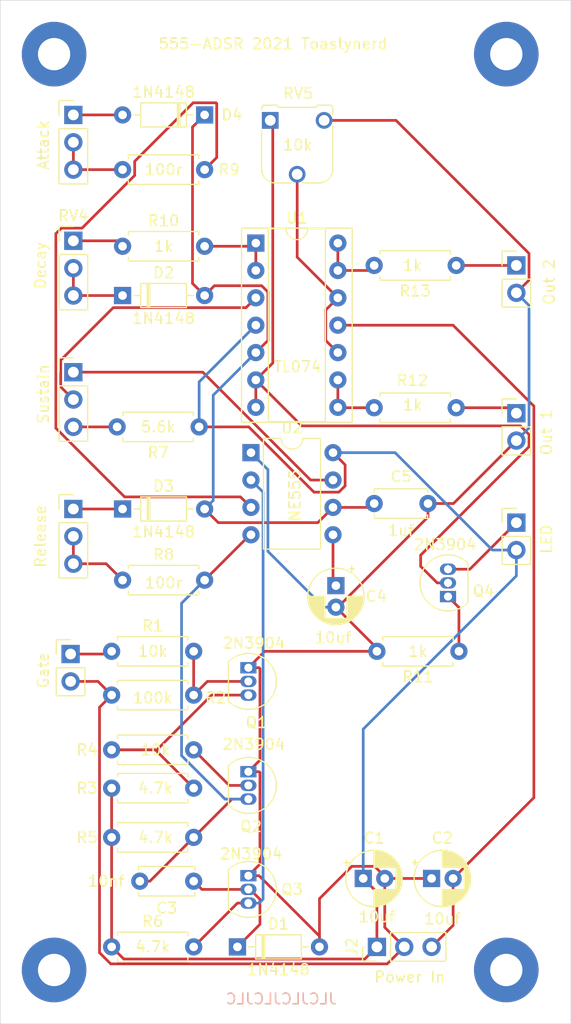
<source format=kicad_pcb>
(kicad_pcb (version 20171130) (host pcbnew "(5.1.6-0-10_14)")

  (general
    (thickness 1.6)
    (drawings 6)
    (tracks 192)
    (zones 0)
    (modules 42)
    (nets 32)
  )

  (page A4)
  (layers
    (0 F.Cu signal)
    (31 B.Cu signal)
    (32 B.Adhes user)
    (33 F.Adhes user)
    (34 B.Paste user)
    (35 F.Paste user)
    (36 B.SilkS user)
    (37 F.SilkS user)
    (38 B.Mask user)
    (39 F.Mask user)
    (40 Dwgs.User user)
    (41 Cmts.User user)
    (42 Eco1.User user)
    (43 Eco2.User user)
    (44 Edge.Cuts user)
    (45 Margin user)
    (46 B.CrtYd user)
    (47 F.CrtYd user)
    (48 B.Fab user)
    (49 F.Fab user)
  )

  (setup
    (last_trace_width 0.25)
    (trace_clearance 0.2)
    (zone_clearance 0.508)
    (zone_45_only no)
    (trace_min 0.2)
    (via_size 0.8)
    (via_drill 0.4)
    (via_min_size 0.4)
    (via_min_drill 0.3)
    (uvia_size 0.3)
    (uvia_drill 0.1)
    (uvias_allowed no)
    (uvia_min_size 0.2)
    (uvia_min_drill 0.1)
    (edge_width 0.05)
    (segment_width 0.2)
    (pcb_text_width 0.3)
    (pcb_text_size 1.5 1.5)
    (mod_edge_width 0.12)
    (mod_text_size 1 1)
    (mod_text_width 0.15)
    (pad_size 1.524 1.524)
    (pad_drill 0.762)
    (pad_to_mask_clearance 0.05)
    (aux_axis_origin 0 0)
    (visible_elements FFFFFF7F)
    (pcbplotparams
      (layerselection 0x010fc_ffffffff)
      (usegerberextensions false)
      (usegerberattributes true)
      (usegerberadvancedattributes true)
      (creategerberjobfile true)
      (excludeedgelayer true)
      (linewidth 0.100000)
      (plotframeref false)
      (viasonmask false)
      (mode 1)
      (useauxorigin false)
      (hpglpennumber 1)
      (hpglpenspeed 20)
      (hpglpendiameter 15.000000)
      (psnegative false)
      (psa4output false)
      (plotreference true)
      (plotvalue true)
      (plotinvisibletext false)
      (padsonsilk false)
      (subtractmaskfromsilk false)
      (outputformat 1)
      (mirror false)
      (drillshape 0)
      (scaleselection 1)
      (outputdirectory "/Users/toasty/electronics/synth_schematics/adsr eg 555/gerber/"))
  )

  (net 0 "")
  (net 1 GND)
  (net 2 +12V)
  (net 3 -12V)
  (net 4 "Net-(C3-Pad2)")
  (net 5 "Net-(C3-Pad1)")
  (net 6 "Net-(C4-Pad1)")
  (net 7 "Net-(C5-Pad1)")
  (net 8 "Net-(D2-Pad1)")
  (net 9 "Net-(D3-Pad1)")
  (net 10 "Net-(D4-Pad2)")
  (net 11 "Net-(D5-Pad1)")
  (net 12 "Net-(J1-Pad1)")
  (net 13 "Net-(J3-Pad1)")
  (net 14 "Net-(J4-Pad1)")
  (net 15 "Net-(Q1-Pad3)")
  (net 16 "Net-(Q1-Pad2)")
  (net 17 "Net-(Q2-Pad2)")
  (net 18 "Net-(Q3-Pad3)")
  (net 19 "Net-(Q4-Pad1)")
  (net 20 "Net-(Q4-Pad2)")
  (net 21 "Net-(R7-Pad2)")
  (net 22 "Net-(R8-Pad1)")
  (net 23 "Net-(R9-Pad2)")
  (net 24 "Net-(R9-Pad1)")
  (net 25 "Net-(R10-Pad2)")
  (net 26 "Net-(R10-Pad1)")
  (net 27 "Net-(R12-Pad2)")
  (net 28 "Net-(R13-Pad2)")
  (net 29 "Net-(RV1-Pad2)")
  (net 30 "Net-(RV1-Pad1)")
  (net 31 "Net-(RV5-Pad2)")

  (net_class Default "This is the default net class."
    (clearance 0.2)
    (trace_width 0.25)
    (via_dia 0.8)
    (via_drill 0.4)
    (uvia_dia 0.3)
    (uvia_drill 0.1)
    (add_net +12V)
    (add_net -12V)
    (add_net GND)
    (add_net "Net-(C3-Pad1)")
    (add_net "Net-(C3-Pad2)")
    (add_net "Net-(C4-Pad1)")
    (add_net "Net-(C5-Pad1)")
    (add_net "Net-(D2-Pad1)")
    (add_net "Net-(D3-Pad1)")
    (add_net "Net-(D4-Pad2)")
    (add_net "Net-(D5-Pad1)")
    (add_net "Net-(J1-Pad1)")
    (add_net "Net-(J3-Pad1)")
    (add_net "Net-(J4-Pad1)")
    (add_net "Net-(Q1-Pad2)")
    (add_net "Net-(Q1-Pad3)")
    (add_net "Net-(Q2-Pad2)")
    (add_net "Net-(Q3-Pad3)")
    (add_net "Net-(Q4-Pad1)")
    (add_net "Net-(Q4-Pad2)")
    (add_net "Net-(R10-Pad1)")
    (add_net "Net-(R10-Pad2)")
    (add_net "Net-(R12-Pad2)")
    (add_net "Net-(R13-Pad2)")
    (add_net "Net-(R7-Pad2)")
    (add_net "Net-(R8-Pad1)")
    (add_net "Net-(R9-Pad1)")
    (add_net "Net-(R9-Pad2)")
    (add_net "Net-(RV1-Pad1)")
    (add_net "Net-(RV1-Pad2)")
    (add_net "Net-(RV5-Pad2)")
  )

  (module MountingHole:MountingHole_3mm_Pad (layer F.Cu) (tedit 56D1B4CB) (tstamp 60238F16)
    (at 80 120)
    (descr "Mounting Hole 3mm")
    (tags "mounting hole 3mm")
    (attr virtual)
    (fp_text reference REF** (at -2.286 -2.54) (layer F.SilkS) hide
      (effects (font (size 1 1) (thickness 0.15)))
    )
    (fp_text value MountingHole_3mm_Pad (at 0 4) (layer F.Fab) hide
      (effects (font (size 1 1) (thickness 0.15)))
    )
    (fp_circle (center 0 0) (end 3.25 0) (layer F.CrtYd) (width 0.05))
    (fp_circle (center 0 0) (end 3 0) (layer Cmts.User) (width 0.15))
    (fp_text user %R (at 0.3 0) (layer F.Fab)
      (effects (font (size 1 1) (thickness 0.15)))
    )
    (pad 1 thru_hole circle (at 0 0) (size 6 6) (drill 3) (layers *.Cu *.Mask))
  )

  (module MountingHole:MountingHole_3mm_Pad (layer F.Cu) (tedit 56D1B4CB) (tstamp 60238F08)
    (at 122 120)
    (descr "Mounting Hole 3mm")
    (tags "mounting hole 3mm")
    (attr virtual)
    (fp_text reference REF** (at -2.286 -2.54) (layer F.SilkS) hide
      (effects (font (size 1 1) (thickness 0.15)))
    )
    (fp_text value MountingHole_3mm_Pad (at 0 4) (layer F.Fab) hide
      (effects (font (size 1 1) (thickness 0.15)))
    )
    (fp_text user %R (at 0.3 0) (layer F.Fab)
      (effects (font (size 1 1) (thickness 0.15)))
    )
    (fp_circle (center 0 0) (end 3 0) (layer Cmts.User) (width 0.15))
    (fp_circle (center 0 0) (end 3.25 0) (layer F.CrtYd) (width 0.05))
    (pad 1 thru_hole circle (at 0 0) (size 6 6) (drill 3) (layers *.Cu *.Mask))
  )

  (module MountingHole:MountingHole_3mm_Pad (layer F.Cu) (tedit 56D1B4CB) (tstamp 60238EFA)
    (at 122 35)
    (descr "Mounting Hole 3mm")
    (tags "mounting hole 3mm")
    (attr virtual)
    (fp_text reference REF** (at -2.286 -2.54) (layer F.SilkS) hide
      (effects (font (size 1 1) (thickness 0.15)))
    )
    (fp_text value MountingHole_3mm_Pad (at 0 4) (layer F.Fab) hide
      (effects (font (size 1 1) (thickness 0.15)))
    )
    (fp_circle (center 0 0) (end 3.25 0) (layer F.CrtYd) (width 0.05))
    (fp_circle (center 0 0) (end 3 0) (layer Cmts.User) (width 0.15))
    (fp_text user %R (at 0.3 0) (layer F.Fab)
      (effects (font (size 1 1) (thickness 0.15)))
    )
    (pad 1 thru_hole circle (at 0 0) (size 6 6) (drill 3) (layers *.Cu *.Mask))
  )

  (module MountingHole:MountingHole_3mm_Pad (layer F.Cu) (tedit 56D1B4CB) (tstamp 60238EE2)
    (at 80 35)
    (descr "Mounting Hole 3mm")
    (tags "mounting hole 3mm")
    (attr virtual)
    (fp_text reference REF** (at -2.286 -2.54) (layer F.SilkS) hide
      (effects (font (size 1 1) (thickness 0.15)))
    )
    (fp_text value MountingHole_3mm_Pad (at 0 4) (layer F.Fab) hide
      (effects (font (size 1 1) (thickness 0.15)))
    )
    (fp_text user %R (at 0.3 0) (layer F.Fab)
      (effects (font (size 1 1) (thickness 0.15)))
    )
    (fp_circle (center 0 0) (end 3 0) (layer Cmts.User) (width 0.15))
    (fp_circle (center 0 0) (end 3.25 0) (layer F.CrtYd) (width 0.05))
    (pad 1 thru_hole circle (at 0 0) (size 6 6) (drill 3) (layers *.Cu *.Mask))
  )

  (module Package_DIP:DIP-8_W7.62mm (layer F.Cu) (tedit 5A02E8C5) (tstamp 60236A3B)
    (at 98.286225 71.988)
    (descr "8-lead though-hole mounted DIP package, row spacing 7.62 mm (300 mils)")
    (tags "THT DIP DIL PDIP 2.54mm 7.62mm 300mil")
    (path /604C4DA3)
    (fp_text reference U2 (at 3.81 -2.33) (layer F.SilkS)
      (effects (font (size 1 1) (thickness 0.15)))
    )
    (fp_text value NE555 (at 4.075775 3.958 90) (layer F.SilkS)
      (effects (font (size 1 1) (thickness 0.15)))
    )
    (fp_arc (start 3.81 -1.33) (end 2.81 -1.33) (angle -180) (layer F.SilkS) (width 0.12))
    (fp_line (start 1.635 -1.27) (end 6.985 -1.27) (layer F.Fab) (width 0.1))
    (fp_line (start 6.985 -1.27) (end 6.985 8.89) (layer F.Fab) (width 0.1))
    (fp_line (start 6.985 8.89) (end 0.635 8.89) (layer F.Fab) (width 0.1))
    (fp_line (start 0.635 8.89) (end 0.635 -0.27) (layer F.Fab) (width 0.1))
    (fp_line (start 0.635 -0.27) (end 1.635 -1.27) (layer F.Fab) (width 0.1))
    (fp_line (start 2.81 -1.33) (end 1.16 -1.33) (layer F.SilkS) (width 0.12))
    (fp_line (start 1.16 -1.33) (end 1.16 8.95) (layer F.SilkS) (width 0.12))
    (fp_line (start 1.16 8.95) (end 6.46 8.95) (layer F.SilkS) (width 0.12))
    (fp_line (start 6.46 8.95) (end 6.46 -1.33) (layer F.SilkS) (width 0.12))
    (fp_line (start 6.46 -1.33) (end 4.81 -1.33) (layer F.SilkS) (width 0.12))
    (fp_line (start -1.1 -1.55) (end -1.1 9.15) (layer F.CrtYd) (width 0.05))
    (fp_line (start -1.1 9.15) (end 8.7 9.15) (layer F.CrtYd) (width 0.05))
    (fp_line (start 8.7 9.15) (end 8.7 -1.55) (layer F.CrtYd) (width 0.05))
    (fp_line (start 8.7 -1.55) (end -1.1 -1.55) (layer F.CrtYd) (width 0.05))
    (pad 8 thru_hole oval (at 7.62 0) (size 1.6 1.6) (drill 0.8) (layers *.Cu *.Mask)
      (net 2 +12V))
    (pad 4 thru_hole oval (at 0 7.62) (size 1.6 1.6) (drill 0.8) (layers *.Cu *.Mask)
      (net 4 "Net-(C3-Pad2)"))
    (pad 7 thru_hole oval (at 7.62 2.54) (size 1.6 1.6) (drill 0.8) (layers *.Cu *.Mask)
      (net 30 "Net-(RV1-Pad1)"))
    (pad 3 thru_hole oval (at 0 5.08) (size 1.6 1.6) (drill 0.8) (layers *.Cu *.Mask)
      (net 23 "Net-(R9-Pad2)"))
    (pad 6 thru_hole oval (at 7.62 5.08) (size 1.6 1.6) (drill 0.8) (layers *.Cu *.Mask)
      (net 7 "Net-(C5-Pad1)"))
    (pad 2 thru_hole oval (at 0 2.54) (size 1.6 1.6) (drill 0.8) (layers *.Cu *.Mask)
      (net 18 "Net-(Q3-Pad3)"))
    (pad 5 thru_hole oval (at 7.62 7.62) (size 1.6 1.6) (drill 0.8) (layers *.Cu *.Mask)
      (net 6 "Net-(C4-Pad1)"))
    (pad 1 thru_hole rect (at 0 0) (size 1.6 1.6) (drill 0.8) (layers *.Cu *.Mask)
      (net 1 GND))
    (model ${KISYS3DMOD}/Package_DIP.3dshapes/DIP-8_W7.62mm.wrl
      (at (xyz 0 0 0))
      (scale (xyz 1 1 1))
      (rotate (xyz 0 0 0))
    )
  )

  (module Package_DIP:DIP-14_W7.62mm_Socket (layer F.Cu) (tedit 5A02E8C5) (tstamp 60236A1F)
    (at 98.736225 52.538)
    (descr "14-lead though-hole mounted DIP package, row spacing 7.62 mm (300 mils), Socket")
    (tags "THT DIP DIL PDIP 2.54mm 7.62mm 300mil Socket")
    (path /604E5340)
    (fp_text reference U1 (at 3.81 -2.33) (layer F.SilkS)
      (effects (font (size 1 1) (thickness 0.15)))
    )
    (fp_text value TL074 (at 3.879775 11.47 180) (layer F.SilkS)
      (effects (font (size 1 1) (thickness 0.15)))
    )
    (fp_arc (start 3.81 -1.33) (end 2.81 -1.33) (angle -180) (layer F.SilkS) (width 0.12))
    (fp_line (start 1.635 -1.27) (end 6.985 -1.27) (layer F.Fab) (width 0.1))
    (fp_line (start 6.985 -1.27) (end 6.985 16.51) (layer F.Fab) (width 0.1))
    (fp_line (start 6.985 16.51) (end 0.635 16.51) (layer F.Fab) (width 0.1))
    (fp_line (start 0.635 16.51) (end 0.635 -0.27) (layer F.Fab) (width 0.1))
    (fp_line (start 0.635 -0.27) (end 1.635 -1.27) (layer F.Fab) (width 0.1))
    (fp_line (start -1.27 -1.33) (end -1.27 16.57) (layer F.Fab) (width 0.1))
    (fp_line (start -1.27 16.57) (end 8.89 16.57) (layer F.Fab) (width 0.1))
    (fp_line (start 8.89 16.57) (end 8.89 -1.33) (layer F.Fab) (width 0.1))
    (fp_line (start 8.89 -1.33) (end -1.27 -1.33) (layer F.Fab) (width 0.1))
    (fp_line (start 2.81 -1.33) (end 1.16 -1.33) (layer F.SilkS) (width 0.12))
    (fp_line (start 1.16 -1.33) (end 1.16 16.57) (layer F.SilkS) (width 0.12))
    (fp_line (start 1.16 16.57) (end 6.46 16.57) (layer F.SilkS) (width 0.12))
    (fp_line (start 6.46 16.57) (end 6.46 -1.33) (layer F.SilkS) (width 0.12))
    (fp_line (start 6.46 -1.33) (end 4.81 -1.33) (layer F.SilkS) (width 0.12))
    (fp_line (start -1.33 -1.39) (end -1.33 16.63) (layer F.SilkS) (width 0.12))
    (fp_line (start -1.33 16.63) (end 8.95 16.63) (layer F.SilkS) (width 0.12))
    (fp_line (start 8.95 16.63) (end 8.95 -1.39) (layer F.SilkS) (width 0.12))
    (fp_line (start 8.95 -1.39) (end -1.33 -1.39) (layer F.SilkS) (width 0.12))
    (fp_line (start -1.55 -1.6) (end -1.55 16.85) (layer F.CrtYd) (width 0.05))
    (fp_line (start -1.55 16.85) (end 9.15 16.85) (layer F.CrtYd) (width 0.05))
    (fp_line (start 9.15 16.85) (end 9.15 -1.6) (layer F.CrtYd) (width 0.05))
    (fp_line (start 9.15 -1.6) (end -1.55 -1.6) (layer F.CrtYd) (width 0.05))
    (pad 14 thru_hole oval (at 7.62 0) (size 1.6 1.6) (drill 0.8) (layers *.Cu *.Mask)
      (net 28 "Net-(R13-Pad2)"))
    (pad 7 thru_hole oval (at 0 15.24) (size 1.6 1.6) (drill 0.8) (layers *.Cu *.Mask)
      (net 20 "Net-(Q4-Pad2)"))
    (pad 13 thru_hole oval (at 7.62 2.54) (size 1.6 1.6) (drill 0.8) (layers *.Cu *.Mask)
      (net 28 "Net-(R13-Pad2)"))
    (pad 6 thru_hole oval (at 0 12.7) (size 1.6 1.6) (drill 0.8) (layers *.Cu *.Mask)
      (net 20 "Net-(Q4-Pad2)"))
    (pad 12 thru_hole oval (at 7.62 5.08) (size 1.6 1.6) (drill 0.8) (layers *.Cu *.Mask)
      (net 31 "Net-(RV5-Pad2)"))
    (pad 5 thru_hole oval (at 0 10.16) (size 1.6 1.6) (drill 0.8) (layers *.Cu *.Mask)
      (net 7 "Net-(C5-Pad1)"))
    (pad 11 thru_hole oval (at 7.62 7.62) (size 1.6 1.6) (drill 0.8) (layers *.Cu *.Mask)
      (net 3 -12V))
    (pad 4 thru_hole oval (at 0 7.62) (size 1.6 1.6) (drill 0.8) (layers *.Cu *.Mask)
      (net 2 +12V))
    (pad 10 thru_hole oval (at 7.62 10.16) (size 1.6 1.6) (drill 0.8) (layers *.Cu *.Mask)
      (net 31 "Net-(RV5-Pad2)"))
    (pad 3 thru_hole oval (at 0 5.08) (size 1.6 1.6) (drill 0.8) (layers *.Cu *.Mask)
      (net 29 "Net-(RV1-Pad2)"))
    (pad 9 thru_hole oval (at 7.62 12.7) (size 1.6 1.6) (drill 0.8) (layers *.Cu *.Mask)
      (net 27 "Net-(R12-Pad2)"))
    (pad 2 thru_hole oval (at 0 2.54) (size 1.6 1.6) (drill 0.8) (layers *.Cu *.Mask)
      (net 25 "Net-(R10-Pad2)"))
    (pad 8 thru_hole oval (at 7.62 15.24) (size 1.6 1.6) (drill 0.8) (layers *.Cu *.Mask)
      (net 27 "Net-(R12-Pad2)"))
    (pad 1 thru_hole rect (at 0 0) (size 1.6 1.6) (drill 0.8) (layers *.Cu *.Mask)
      (net 25 "Net-(R10-Pad2)"))
    (model ${KISYS3DMOD}/Package_DIP.3dshapes/DIP-14_W7.62mm_Socket.wrl
      (at (xyz 0 0 0))
      (scale (xyz 1 1 1))
      (rotate (xyz 0 0 0))
    )
  )

  (module Potentiometer_THT:Potentiometer_Runtron_RM-065_Vertical (layer F.Cu) (tedit 5BF6754C) (tstamp 602369F5)
    (at 100.076 41.148)
    (descr "Potentiometer, vertical, Trimmer, RM-065 http://www.runtron.com/down/PDF%20Datasheet/Carbon%20Film%20Potentiometer/RM065%20RM063.pdf")
    (tags "Potentiometer Trimmer RM-065")
    (path /60551015)
    (fp_text reference RV5 (at 2.6 -2.5) (layer F.SilkS)
      (effects (font (size 1 1) (thickness 0.15)))
    )
    (fp_text value 10k (at 2.54 2.286) (layer F.SilkS)
      (effects (font (size 1 1) (thickness 0.15)))
    )
    (fp_arc (start 4.5 4.5) (end 4.5 5.7) (angle -90) (layer F.Fab) (width 0.1))
    (fp_arc (start 0.5 4.5) (end -0.7 4.5) (angle -90) (layer F.Fab) (width 0.1))
    (fp_arc (start 0.5 4.5) (end -0.81 4.5) (angle -90) (layer F.SilkS) (width 0.12))
    (fp_arc (start 4.5 4.5) (end 4.5 5.81) (angle -90) (layer F.SilkS) (width 0.12))
    (fp_line (start 5.81 -1.21) (end 5.81 -0.52) (layer F.SilkS) (width 0.12))
    (fp_line (start 5.71 -1.21) (end 5.81 -1.21) (layer F.SilkS) (width 0.12))
    (fp_line (start -0.81 -1.21) (end -0.81 -0.96) (layer F.SilkS) (width 0.12))
    (fp_line (start -0.71 -1.21) (end -0.81 -1.21) (layer F.SilkS) (width 0.12))
    (fp_line (start -0.71 -1.41) (end -0.71 -1.21) (layer F.SilkS) (width 0.12))
    (fp_line (start 0.71 -1.21) (end 0.71 -1.41) (layer F.SilkS) (width 0.12))
    (fp_circle (center 2.5 2.5) (end 5.5 2.5) (layer F.Fab) (width 0.1))
    (fp_line (start -1.03 -1.55) (end 6.03 -1.55) (layer F.CrtYd) (width 0.05))
    (fp_line (start -1.03 -1.55) (end -1.03 6.05) (layer F.CrtYd) (width 0.05))
    (fp_line (start 6.03 6.05) (end 6.03 -1.55) (layer F.CrtYd) (width 0.05))
    (fp_line (start 6.05 6.03) (end -1.05 6.03) (layer F.CrtYd) (width 0.05))
    (fp_line (start 5.7 -1.1) (end -0.7 -1.1) (layer F.Fab) (width 0.1))
    (fp_line (start 4.4 -1.3) (end 4.4 -1.1) (layer F.Fab) (width 0.1))
    (fp_line (start 5.6 -1.3) (end 4.41 -1.3) (layer F.Fab) (width 0.1))
    (fp_line (start 5.6 -1.1) (end 5.6 -1.3) (layer F.Fab) (width 0.1))
    (fp_line (start 0.6 -1.3) (end 0.6 -1.1) (layer F.Fab) (width 0.1))
    (fp_line (start -0.6 -1.3) (end 0.6 -1.3) (layer F.Fab) (width 0.1))
    (fp_line (start -0.6 -1.1) (end -0.6 -1.3) (layer F.Fab) (width 0.1))
    (fp_line (start -0.7 4.5) (end -0.7 -1.1) (layer F.Fab) (width 0.1))
    (fp_line (start 5.7 4.5) (end 5.7 -1.1) (layer F.Fab) (width 0.1))
    (fp_line (start 0.5 5.7) (end 4.5 5.7) (layer F.Fab) (width 0.1))
    (fp_line (start 4.5 5.81) (end 3.01 5.81) (layer F.SilkS) (width 0.12))
    (fp_line (start 5.81 0.52) (end 5.81 4.5) (layer F.SilkS) (width 0.12))
    (fp_line (start -0.81 4.5) (end -0.81 0.96) (layer F.SilkS) (width 0.12))
    (fp_line (start 1.99 5.81) (end 0.5 5.81) (layer F.SilkS) (width 0.12))
    (fp_line (start 5.71 -1.41) (end 5.71 -1.21) (layer F.SilkS) (width 0.12))
    (fp_line (start 4.29 -1.41) (end 5.71 -1.41) (layer F.SilkS) (width 0.12))
    (fp_line (start 4.29 -1.21) (end 4.29 -1.41) (layer F.SilkS) (width 0.12))
    (fp_line (start 0.71 -1.21) (end 4.29 -1.21) (layer F.SilkS) (width 0.12))
    (fp_line (start -0.71 -1.41) (end 0.71 -1.41) (layer F.SilkS) (width 0.12))
    (pad 2 thru_hole circle (at 2.5 5) (size 1.55 1.55) (drill 1) (layers *.Cu *.Mask)
      (net 31 "Net-(RV5-Pad2)"))
    (pad 1 thru_hole rect (at 0 0) (size 1.55 1.55) (drill 1) (layers *.Cu *.Mask)
      (net 20 "Net-(Q4-Pad2)"))
    (pad 3 thru_hole circle (at 5 0) (size 1.55 1.55) (drill 1) (layers *.Cu *.Mask)
      (net 1 GND))
    (model ${KISYS3DMOD}/Potentiometer_THT.3dshapes/Potentiometer_Runtron_RM-065_Vertical.wrl
      (at (xyz 0 0 0))
      (scale (xyz 1 1 1))
      (rotate (xyz 0 0 0))
    )
  )

  (module Connector_PinHeader_2.54mm:PinHeader_1x03_P2.54mm_Vertical (layer F.Cu) (tedit 59FED5CC) (tstamp 602369CB)
    (at 81.788 52.324)
    (descr "Through hole straight pin header, 1x03, 2.54mm pitch, single row")
    (tags "Through hole pin header THT 1x03 2.54mm single row")
    (path /604EA424)
    (fp_text reference RV4 (at 0 -2.33) (layer F.SilkS)
      (effects (font (size 1 1) (thickness 0.15)))
    )
    (fp_text value Decay (at -3.048 2.286 90) (layer F.SilkS)
      (effects (font (size 1 1) (thickness 0.15)))
    )
    (fp_text user %R (at 0 2.54 90) (layer F.Fab)
      (effects (font (size 1 1) (thickness 0.15)))
    )
    (fp_line (start -0.635 -1.27) (end 1.27 -1.27) (layer F.Fab) (width 0.1))
    (fp_line (start 1.27 -1.27) (end 1.27 6.35) (layer F.Fab) (width 0.1))
    (fp_line (start 1.27 6.35) (end -1.27 6.35) (layer F.Fab) (width 0.1))
    (fp_line (start -1.27 6.35) (end -1.27 -0.635) (layer F.Fab) (width 0.1))
    (fp_line (start -1.27 -0.635) (end -0.635 -1.27) (layer F.Fab) (width 0.1))
    (fp_line (start -1.33 6.41) (end 1.33 6.41) (layer F.SilkS) (width 0.12))
    (fp_line (start -1.33 1.27) (end -1.33 6.41) (layer F.SilkS) (width 0.12))
    (fp_line (start 1.33 1.27) (end 1.33 6.41) (layer F.SilkS) (width 0.12))
    (fp_line (start -1.33 1.27) (end 1.33 1.27) (layer F.SilkS) (width 0.12))
    (fp_line (start -1.33 0) (end -1.33 -1.33) (layer F.SilkS) (width 0.12))
    (fp_line (start -1.33 -1.33) (end 0 -1.33) (layer F.SilkS) (width 0.12))
    (fp_line (start -1.8 -1.8) (end -1.8 6.85) (layer F.CrtYd) (width 0.05))
    (fp_line (start -1.8 6.85) (end 1.8 6.85) (layer F.CrtYd) (width 0.05))
    (fp_line (start 1.8 6.85) (end 1.8 -1.8) (layer F.CrtYd) (width 0.05))
    (fp_line (start 1.8 -1.8) (end -1.8 -1.8) (layer F.CrtYd) (width 0.05))
    (pad 3 thru_hole oval (at 0 5.08) (size 1.7 1.7) (drill 1) (layers *.Cu *.Mask)
      (net 8 "Net-(D2-Pad1)"))
    (pad 2 thru_hole oval (at 0 2.54) (size 1.7 1.7) (drill 1) (layers *.Cu *.Mask)
      (net 8 "Net-(D2-Pad1)"))
    (pad 1 thru_hole rect (at 0 0) (size 1.7 1.7) (drill 1) (layers *.Cu *.Mask)
      (net 26 "Net-(R10-Pad1)"))
    (model ${KISYS3DMOD}/Connector_PinHeader_2.54mm.3dshapes/PinHeader_1x03_P2.54mm_Vertical.wrl
      (at (xyz 0 0 0))
      (scale (xyz 1 1 1))
      (rotate (xyz 0 0 0))
    )
  )

  (module Connector_PinHeader_2.54mm:PinHeader_1x03_P2.54mm_Vertical (layer F.Cu) (tedit 59FED5CC) (tstamp 602369B4)
    (at 81.788 40.64)
    (descr "Through hole straight pin header, 1x03, 2.54mm pitch, single row")
    (tags "Through hole pin header THT 1x03 2.54mm single row")
    (path /604F1FA7)
    (fp_text reference RV3 (at 0 -2.33) (layer F.SilkS) hide
      (effects (font (size 1 1) (thickness 0.15)))
    )
    (fp_text value Attack (at -2.794 2.794 270) (layer F.SilkS)
      (effects (font (size 1 1) (thickness 0.15)))
    )
    (fp_text user %R (at 0 2.54 90) (layer F.Fab)
      (effects (font (size 1 1) (thickness 0.15)))
    )
    (fp_line (start -0.635 -1.27) (end 1.27 -1.27) (layer F.Fab) (width 0.1))
    (fp_line (start 1.27 -1.27) (end 1.27 6.35) (layer F.Fab) (width 0.1))
    (fp_line (start 1.27 6.35) (end -1.27 6.35) (layer F.Fab) (width 0.1))
    (fp_line (start -1.27 6.35) (end -1.27 -0.635) (layer F.Fab) (width 0.1))
    (fp_line (start -1.27 -0.635) (end -0.635 -1.27) (layer F.Fab) (width 0.1))
    (fp_line (start -1.33 6.41) (end 1.33 6.41) (layer F.SilkS) (width 0.12))
    (fp_line (start -1.33 1.27) (end -1.33 6.41) (layer F.SilkS) (width 0.12))
    (fp_line (start 1.33 1.27) (end 1.33 6.41) (layer F.SilkS) (width 0.12))
    (fp_line (start -1.33 1.27) (end 1.33 1.27) (layer F.SilkS) (width 0.12))
    (fp_line (start -1.33 0) (end -1.33 -1.33) (layer F.SilkS) (width 0.12))
    (fp_line (start -1.33 -1.33) (end 0 -1.33) (layer F.SilkS) (width 0.12))
    (fp_line (start -1.8 -1.8) (end -1.8 6.85) (layer F.CrtYd) (width 0.05))
    (fp_line (start -1.8 6.85) (end 1.8 6.85) (layer F.CrtYd) (width 0.05))
    (fp_line (start 1.8 6.85) (end 1.8 -1.8) (layer F.CrtYd) (width 0.05))
    (fp_line (start 1.8 -1.8) (end -1.8 -1.8) (layer F.CrtYd) (width 0.05))
    (pad 3 thru_hole oval (at 0 5.08) (size 1.7 1.7) (drill 1) (layers *.Cu *.Mask)
      (net 24 "Net-(R9-Pad1)"))
    (pad 2 thru_hole oval (at 0 2.54) (size 1.7 1.7) (drill 1) (layers *.Cu *.Mask)
      (net 24 "Net-(R9-Pad1)"))
    (pad 1 thru_hole rect (at 0 0) (size 1.7 1.7) (drill 1) (layers *.Cu *.Mask)
      (net 10 "Net-(D4-Pad2)"))
    (model ${KISYS3DMOD}/Connector_PinHeader_2.54mm.3dshapes/PinHeader_1x03_P2.54mm_Vertical.wrl
      (at (xyz 0 0 0))
      (scale (xyz 1 1 1))
      (rotate (xyz 0 0 0))
    )
  )

  (module Connector_PinHeader_2.54mm:PinHeader_1x03_P2.54mm_Vertical (layer F.Cu) (tedit 59FED5CC) (tstamp 6023699D)
    (at 81.788 77.216)
    (descr "Through hole straight pin header, 1x03, 2.54mm pitch, single row")
    (tags "Through hole pin header THT 1x03 2.54mm single row")
    (path /605042F5)
    (fp_text reference RV2 (at 0 -2.33) (layer F.SilkS) hide
      (effects (font (size 1 1) (thickness 0.15)))
    )
    (fp_text value Release (at -3.048 2.54 90) (layer F.SilkS)
      (effects (font (size 1 1) (thickness 0.15)))
    )
    (fp_text user %R (at 0 2.54 90) (layer F.Fab)
      (effects (font (size 1 1) (thickness 0.15)))
    )
    (fp_line (start -0.635 -1.27) (end 1.27 -1.27) (layer F.Fab) (width 0.1))
    (fp_line (start 1.27 -1.27) (end 1.27 6.35) (layer F.Fab) (width 0.1))
    (fp_line (start 1.27 6.35) (end -1.27 6.35) (layer F.Fab) (width 0.1))
    (fp_line (start -1.27 6.35) (end -1.27 -0.635) (layer F.Fab) (width 0.1))
    (fp_line (start -1.27 -0.635) (end -0.635 -1.27) (layer F.Fab) (width 0.1))
    (fp_line (start -1.33 6.41) (end 1.33 6.41) (layer F.SilkS) (width 0.12))
    (fp_line (start -1.33 1.27) (end -1.33 6.41) (layer F.SilkS) (width 0.12))
    (fp_line (start 1.33 1.27) (end 1.33 6.41) (layer F.SilkS) (width 0.12))
    (fp_line (start -1.33 1.27) (end 1.33 1.27) (layer F.SilkS) (width 0.12))
    (fp_line (start -1.33 0) (end -1.33 -1.33) (layer F.SilkS) (width 0.12))
    (fp_line (start -1.33 -1.33) (end 0 -1.33) (layer F.SilkS) (width 0.12))
    (fp_line (start -1.8 -1.8) (end -1.8 6.85) (layer F.CrtYd) (width 0.05))
    (fp_line (start -1.8 6.85) (end 1.8 6.85) (layer F.CrtYd) (width 0.05))
    (fp_line (start 1.8 6.85) (end 1.8 -1.8) (layer F.CrtYd) (width 0.05))
    (fp_line (start 1.8 -1.8) (end -1.8 -1.8) (layer F.CrtYd) (width 0.05))
    (pad 3 thru_hole oval (at 0 5.08) (size 1.7 1.7) (drill 1) (layers *.Cu *.Mask)
      (net 22 "Net-(R8-Pad1)"))
    (pad 2 thru_hole oval (at 0 2.54) (size 1.7 1.7) (drill 1) (layers *.Cu *.Mask)
      (net 22 "Net-(R8-Pad1)"))
    (pad 1 thru_hole rect (at 0 0) (size 1.7 1.7) (drill 1) (layers *.Cu *.Mask)
      (net 9 "Net-(D3-Pad1)"))
    (model ${KISYS3DMOD}/Connector_PinHeader_2.54mm.3dshapes/PinHeader_1x03_P2.54mm_Vertical.wrl
      (at (xyz 0 0 0))
      (scale (xyz 1 1 1))
      (rotate (xyz 0 0 0))
    )
  )

  (module Connector_PinHeader_2.54mm:PinHeader_1x03_P2.54mm_Vertical (layer F.Cu) (tedit 59FED5CC) (tstamp 60236986)
    (at 81.788 64.516)
    (descr "Through hole straight pin header, 1x03, 2.54mm pitch, single row")
    (tags "Through hole pin header THT 1x03 2.54mm single row")
    (path /604E1294)
    (fp_text reference RV1 (at 0 -2.33) (layer F.SilkS) hide
      (effects (font (size 1 1) (thickness 0.15)))
    )
    (fp_text value Sustain (at -2.794 2.032 90) (layer F.SilkS)
      (effects (font (size 1 1) (thickness 0.15)))
    )
    (fp_text user %R (at 0 2.54 90) (layer F.Fab)
      (effects (font (size 1 1) (thickness 0.15)))
    )
    (fp_line (start -0.635 -1.27) (end 1.27 -1.27) (layer F.Fab) (width 0.1))
    (fp_line (start 1.27 -1.27) (end 1.27 6.35) (layer F.Fab) (width 0.1))
    (fp_line (start 1.27 6.35) (end -1.27 6.35) (layer F.Fab) (width 0.1))
    (fp_line (start -1.27 6.35) (end -1.27 -0.635) (layer F.Fab) (width 0.1))
    (fp_line (start -1.27 -0.635) (end -0.635 -1.27) (layer F.Fab) (width 0.1))
    (fp_line (start -1.33 6.41) (end 1.33 6.41) (layer F.SilkS) (width 0.12))
    (fp_line (start -1.33 1.27) (end -1.33 6.41) (layer F.SilkS) (width 0.12))
    (fp_line (start 1.33 1.27) (end 1.33 6.41) (layer F.SilkS) (width 0.12))
    (fp_line (start -1.33 1.27) (end 1.33 1.27) (layer F.SilkS) (width 0.12))
    (fp_line (start -1.33 0) (end -1.33 -1.33) (layer F.SilkS) (width 0.12))
    (fp_line (start -1.33 -1.33) (end 0 -1.33) (layer F.SilkS) (width 0.12))
    (fp_line (start -1.8 -1.8) (end -1.8 6.85) (layer F.CrtYd) (width 0.05))
    (fp_line (start -1.8 6.85) (end 1.8 6.85) (layer F.CrtYd) (width 0.05))
    (fp_line (start 1.8 6.85) (end 1.8 -1.8) (layer F.CrtYd) (width 0.05))
    (fp_line (start 1.8 -1.8) (end -1.8 -1.8) (layer F.CrtYd) (width 0.05))
    (pad 3 thru_hole oval (at 0 5.08) (size 1.7 1.7) (drill 1) (layers *.Cu *.Mask)
      (net 21 "Net-(R7-Pad2)"))
    (pad 2 thru_hole oval (at 0 2.54) (size 1.7 1.7) (drill 1) (layers *.Cu *.Mask)
      (net 29 "Net-(RV1-Pad2)"))
    (pad 1 thru_hole rect (at 0 0) (size 1.7 1.7) (drill 1) (layers *.Cu *.Mask)
      (net 30 "Net-(RV1-Pad1)"))
    (model ${KISYS3DMOD}/Connector_PinHeader_2.54mm.3dshapes/PinHeader_1x03_P2.54mm_Vertical.wrl
      (at (xyz 0 0 0))
      (scale (xyz 1 1 1))
      (rotate (xyz 0 0 0))
    )
  )

  (module Resistor_THT:R_Axial_DIN0207_L6.3mm_D2.5mm_P7.62mm_Horizontal (layer F.Cu) (tedit 5AE5139B) (tstamp 6023696F)
    (at 117.348 54.61 180)
    (descr "Resistor, Axial_DIN0207 series, Axial, Horizontal, pin pitch=7.62mm, 0.25W = 1/4W, length*diameter=6.3*2.5mm^2, http://cdn-reichelt.de/documents/datenblatt/B400/1_4W%23YAG.pdf")
    (tags "Resistor Axial_DIN0207 series Axial Horizontal pin pitch 7.62mm 0.25W = 1/4W length 6.3mm diameter 2.5mm")
    (path /60566D34)
    (fp_text reference R13 (at 3.81 -2.37) (layer F.SilkS)
      (effects (font (size 1 1) (thickness 0.15)))
    )
    (fp_text value 1k (at 4.064 0) (layer F.SilkS)
      (effects (font (size 1 1) (thickness 0.15)))
    )
    (fp_line (start 0.66 -1.25) (end 0.66 1.25) (layer F.Fab) (width 0.1))
    (fp_line (start 0.66 1.25) (end 6.96 1.25) (layer F.Fab) (width 0.1))
    (fp_line (start 6.96 1.25) (end 6.96 -1.25) (layer F.Fab) (width 0.1))
    (fp_line (start 6.96 -1.25) (end 0.66 -1.25) (layer F.Fab) (width 0.1))
    (fp_line (start 0 0) (end 0.66 0) (layer F.Fab) (width 0.1))
    (fp_line (start 7.62 0) (end 6.96 0) (layer F.Fab) (width 0.1))
    (fp_line (start 0.54 -1.04) (end 0.54 -1.37) (layer F.SilkS) (width 0.12))
    (fp_line (start 0.54 -1.37) (end 7.08 -1.37) (layer F.SilkS) (width 0.12))
    (fp_line (start 7.08 -1.37) (end 7.08 -1.04) (layer F.SilkS) (width 0.12))
    (fp_line (start 0.54 1.04) (end 0.54 1.37) (layer F.SilkS) (width 0.12))
    (fp_line (start 0.54 1.37) (end 7.08 1.37) (layer F.SilkS) (width 0.12))
    (fp_line (start 7.08 1.37) (end 7.08 1.04) (layer F.SilkS) (width 0.12))
    (fp_line (start -1.05 -1.5) (end -1.05 1.5) (layer F.CrtYd) (width 0.05))
    (fp_line (start -1.05 1.5) (end 8.67 1.5) (layer F.CrtYd) (width 0.05))
    (fp_line (start 8.67 1.5) (end 8.67 -1.5) (layer F.CrtYd) (width 0.05))
    (fp_line (start 8.67 -1.5) (end -1.05 -1.5) (layer F.CrtYd) (width 0.05))
    (pad 2 thru_hole oval (at 7.62 0 180) (size 1.6 1.6) (drill 0.8) (layers *.Cu *.Mask)
      (net 28 "Net-(R13-Pad2)"))
    (pad 1 thru_hole circle (at 0 0 180) (size 1.6 1.6) (drill 0.8) (layers *.Cu *.Mask)
      (net 13 "Net-(J3-Pad1)"))
    (model ${KISYS3DMOD}/Resistor_THT.3dshapes/R_Axial_DIN0207_L6.3mm_D2.5mm_P7.62mm_Horizontal.wrl
      (at (xyz 0 0 0))
      (scale (xyz 1 1 1))
      (rotate (xyz 0 0 0))
    )
  )

  (module Resistor_THT:R_Axial_DIN0207_L6.3mm_D2.5mm_P7.62mm_Horizontal (layer F.Cu) (tedit 5AE5139B) (tstamp 60236958)
    (at 117.348 67.818 180)
    (descr "Resistor, Axial_DIN0207 series, Axial, Horizontal, pin pitch=7.62mm, 0.25W = 1/4W, length*diameter=6.3*2.5mm^2, http://cdn-reichelt.de/documents/datenblatt/B400/1_4W%23YAG.pdf")
    (tags "Resistor Axial_DIN0207 series Axial Horizontal pin pitch 7.62mm 0.25W = 1/4W length 6.3mm diameter 2.5mm")
    (path /605673E1)
    (fp_text reference R12 (at 4.064 2.54) (layer F.SilkS)
      (effects (font (size 1 1) (thickness 0.15)))
    )
    (fp_text value 1k (at 4.064 0.254) (layer F.SilkS)
      (effects (font (size 1 1) (thickness 0.15)))
    )
    (fp_line (start 0.66 -1.25) (end 0.66 1.25) (layer F.Fab) (width 0.1))
    (fp_line (start 0.66 1.25) (end 6.96 1.25) (layer F.Fab) (width 0.1))
    (fp_line (start 6.96 1.25) (end 6.96 -1.25) (layer F.Fab) (width 0.1))
    (fp_line (start 6.96 -1.25) (end 0.66 -1.25) (layer F.Fab) (width 0.1))
    (fp_line (start 0 0) (end 0.66 0) (layer F.Fab) (width 0.1))
    (fp_line (start 7.62 0) (end 6.96 0) (layer F.Fab) (width 0.1))
    (fp_line (start 0.54 -1.04) (end 0.54 -1.37) (layer F.SilkS) (width 0.12))
    (fp_line (start 0.54 -1.37) (end 7.08 -1.37) (layer F.SilkS) (width 0.12))
    (fp_line (start 7.08 -1.37) (end 7.08 -1.04) (layer F.SilkS) (width 0.12))
    (fp_line (start 0.54 1.04) (end 0.54 1.37) (layer F.SilkS) (width 0.12))
    (fp_line (start 0.54 1.37) (end 7.08 1.37) (layer F.SilkS) (width 0.12))
    (fp_line (start 7.08 1.37) (end 7.08 1.04) (layer F.SilkS) (width 0.12))
    (fp_line (start -1.05 -1.5) (end -1.05 1.5) (layer F.CrtYd) (width 0.05))
    (fp_line (start -1.05 1.5) (end 8.67 1.5) (layer F.CrtYd) (width 0.05))
    (fp_line (start 8.67 1.5) (end 8.67 -1.5) (layer F.CrtYd) (width 0.05))
    (fp_line (start 8.67 -1.5) (end -1.05 -1.5) (layer F.CrtYd) (width 0.05))
    (pad 2 thru_hole oval (at 7.62 0 180) (size 1.6 1.6) (drill 0.8) (layers *.Cu *.Mask)
      (net 27 "Net-(R12-Pad2)"))
    (pad 1 thru_hole circle (at 0 0 180) (size 1.6 1.6) (drill 0.8) (layers *.Cu *.Mask)
      (net 14 "Net-(J4-Pad1)"))
    (model ${KISYS3DMOD}/Resistor_THT.3dshapes/R_Axial_DIN0207_L6.3mm_D2.5mm_P7.62mm_Horizontal.wrl
      (at (xyz 0 0 0))
      (scale (xyz 1 1 1))
      (rotate (xyz 0 0 0))
    )
  )

  (module Resistor_THT:R_Axial_DIN0207_L6.3mm_D2.5mm_P7.62mm_Horizontal (layer F.Cu) (tedit 5AE5139B) (tstamp 60236941)
    (at 117.602 90.424 180)
    (descr "Resistor, Axial_DIN0207 series, Axial, Horizontal, pin pitch=7.62mm, 0.25W = 1/4W, length*diameter=6.3*2.5mm^2, http://cdn-reichelt.de/documents/datenblatt/B400/1_4W%23YAG.pdf")
    (tags "Resistor Axial_DIN0207 series Axial Horizontal pin pitch 7.62mm 0.25W = 1/4W length 6.3mm diameter 2.5mm")
    (path /6054AE88)
    (fp_text reference R11 (at 3.81 -2.37) (layer F.SilkS)
      (effects (font (size 1 1) (thickness 0.15)))
    )
    (fp_text value 1k (at 3.81 0) (layer F.SilkS)
      (effects (font (size 1 1) (thickness 0.15)))
    )
    (fp_line (start 0.66 -1.25) (end 0.66 1.25) (layer F.Fab) (width 0.1))
    (fp_line (start 0.66 1.25) (end 6.96 1.25) (layer F.Fab) (width 0.1))
    (fp_line (start 6.96 1.25) (end 6.96 -1.25) (layer F.Fab) (width 0.1))
    (fp_line (start 6.96 -1.25) (end 0.66 -1.25) (layer F.Fab) (width 0.1))
    (fp_line (start 0 0) (end 0.66 0) (layer F.Fab) (width 0.1))
    (fp_line (start 7.62 0) (end 6.96 0) (layer F.Fab) (width 0.1))
    (fp_line (start 0.54 -1.04) (end 0.54 -1.37) (layer F.SilkS) (width 0.12))
    (fp_line (start 0.54 -1.37) (end 7.08 -1.37) (layer F.SilkS) (width 0.12))
    (fp_line (start 7.08 -1.37) (end 7.08 -1.04) (layer F.SilkS) (width 0.12))
    (fp_line (start 0.54 1.04) (end 0.54 1.37) (layer F.SilkS) (width 0.12))
    (fp_line (start 0.54 1.37) (end 7.08 1.37) (layer F.SilkS) (width 0.12))
    (fp_line (start 7.08 1.37) (end 7.08 1.04) (layer F.SilkS) (width 0.12))
    (fp_line (start -1.05 -1.5) (end -1.05 1.5) (layer F.CrtYd) (width 0.05))
    (fp_line (start -1.05 1.5) (end 8.67 1.5) (layer F.CrtYd) (width 0.05))
    (fp_line (start 8.67 1.5) (end 8.67 -1.5) (layer F.CrtYd) (width 0.05))
    (fp_line (start 8.67 -1.5) (end -1.05 -1.5) (layer F.CrtYd) (width 0.05))
    (pad 2 thru_hole oval (at 7.62 0 180) (size 1.6 1.6) (drill 0.8) (layers *.Cu *.Mask)
      (net 1 GND))
    (pad 1 thru_hole circle (at 0 0 180) (size 1.6 1.6) (drill 0.8) (layers *.Cu *.Mask)
      (net 19 "Net-(Q4-Pad1)"))
    (model ${KISYS3DMOD}/Resistor_THT.3dshapes/R_Axial_DIN0207_L6.3mm_D2.5mm_P7.62mm_Horizontal.wrl
      (at (xyz 0 0 0))
      (scale (xyz 1 1 1))
      (rotate (xyz 0 0 0))
    )
  )

  (module Resistor_THT:R_Axial_DIN0207_L6.3mm_D2.5mm_P7.62mm_Horizontal (layer F.Cu) (tedit 5AE5139B) (tstamp 6023692A)
    (at 86.36 52.832)
    (descr "Resistor, Axial_DIN0207 series, Axial, Horizontal, pin pitch=7.62mm, 0.25W = 1/4W, length*diameter=6.3*2.5mm^2, http://cdn-reichelt.de/documents/datenblatt/B400/1_4W%23YAG.pdf")
    (tags "Resistor Axial_DIN0207 series Axial Horizontal pin pitch 7.62mm 0.25W = 1/4W length 6.3mm diameter 2.5mm")
    (path /604E8D61)
    (fp_text reference R10 (at 3.81 -2.37) (layer F.SilkS)
      (effects (font (size 1 1) (thickness 0.15)))
    )
    (fp_text value 1k (at 3.81 0) (layer F.SilkS)
      (effects (font (size 1 1) (thickness 0.15)))
    )
    (fp_line (start 0.66 -1.25) (end 0.66 1.25) (layer F.Fab) (width 0.1))
    (fp_line (start 0.66 1.25) (end 6.96 1.25) (layer F.Fab) (width 0.1))
    (fp_line (start 6.96 1.25) (end 6.96 -1.25) (layer F.Fab) (width 0.1))
    (fp_line (start 6.96 -1.25) (end 0.66 -1.25) (layer F.Fab) (width 0.1))
    (fp_line (start 0 0) (end 0.66 0) (layer F.Fab) (width 0.1))
    (fp_line (start 7.62 0) (end 6.96 0) (layer F.Fab) (width 0.1))
    (fp_line (start 0.54 -1.04) (end 0.54 -1.37) (layer F.SilkS) (width 0.12))
    (fp_line (start 0.54 -1.37) (end 7.08 -1.37) (layer F.SilkS) (width 0.12))
    (fp_line (start 7.08 -1.37) (end 7.08 -1.04) (layer F.SilkS) (width 0.12))
    (fp_line (start 0.54 1.04) (end 0.54 1.37) (layer F.SilkS) (width 0.12))
    (fp_line (start 0.54 1.37) (end 7.08 1.37) (layer F.SilkS) (width 0.12))
    (fp_line (start 7.08 1.37) (end 7.08 1.04) (layer F.SilkS) (width 0.12))
    (fp_line (start -1.05 -1.5) (end -1.05 1.5) (layer F.CrtYd) (width 0.05))
    (fp_line (start -1.05 1.5) (end 8.67 1.5) (layer F.CrtYd) (width 0.05))
    (fp_line (start 8.67 1.5) (end 8.67 -1.5) (layer F.CrtYd) (width 0.05))
    (fp_line (start 8.67 -1.5) (end -1.05 -1.5) (layer F.CrtYd) (width 0.05))
    (pad 2 thru_hole oval (at 7.62 0) (size 1.6 1.6) (drill 0.8) (layers *.Cu *.Mask)
      (net 25 "Net-(R10-Pad2)"))
    (pad 1 thru_hole circle (at 0 0) (size 1.6 1.6) (drill 0.8) (layers *.Cu *.Mask)
      (net 26 "Net-(R10-Pad1)"))
    (model ${KISYS3DMOD}/Resistor_THT.3dshapes/R_Axial_DIN0207_L6.3mm_D2.5mm_P7.62mm_Horizontal.wrl
      (at (xyz 0 0 0))
      (scale (xyz 1 1 1))
      (rotate (xyz 0 0 0))
    )
  )

  (module Resistor_THT:R_Axial_DIN0207_L6.3mm_D2.5mm_P7.62mm_Horizontal (layer F.Cu) (tedit 5AE5139B) (tstamp 60236913)
    (at 86.36 45.72)
    (descr "Resistor, Axial_DIN0207 series, Axial, Horizontal, pin pitch=7.62mm, 0.25W = 1/4W, length*diameter=6.3*2.5mm^2, http://cdn-reichelt.de/documents/datenblatt/B400/1_4W%23YAG.pdf")
    (tags "Resistor Axial_DIN0207 series Axial Horizontal pin pitch 7.62mm 0.25W = 1/4W length 6.3mm diameter 2.5mm")
    (path /604F050F)
    (fp_text reference R9 (at 9.906 0) (layer F.SilkS)
      (effects (font (size 1 1) (thickness 0.15)))
    )
    (fp_text value 100r (at 3.81 0) (layer F.SilkS)
      (effects (font (size 1 1) (thickness 0.15)))
    )
    (fp_line (start 0.66 -1.25) (end 0.66 1.25) (layer F.Fab) (width 0.1))
    (fp_line (start 0.66 1.25) (end 6.96 1.25) (layer F.Fab) (width 0.1))
    (fp_line (start 6.96 1.25) (end 6.96 -1.25) (layer F.Fab) (width 0.1))
    (fp_line (start 6.96 -1.25) (end 0.66 -1.25) (layer F.Fab) (width 0.1))
    (fp_line (start 0 0) (end 0.66 0) (layer F.Fab) (width 0.1))
    (fp_line (start 7.62 0) (end 6.96 0) (layer F.Fab) (width 0.1))
    (fp_line (start 0.54 -1.04) (end 0.54 -1.37) (layer F.SilkS) (width 0.12))
    (fp_line (start 0.54 -1.37) (end 7.08 -1.37) (layer F.SilkS) (width 0.12))
    (fp_line (start 7.08 -1.37) (end 7.08 -1.04) (layer F.SilkS) (width 0.12))
    (fp_line (start 0.54 1.04) (end 0.54 1.37) (layer F.SilkS) (width 0.12))
    (fp_line (start 0.54 1.37) (end 7.08 1.37) (layer F.SilkS) (width 0.12))
    (fp_line (start 7.08 1.37) (end 7.08 1.04) (layer F.SilkS) (width 0.12))
    (fp_line (start -1.05 -1.5) (end -1.05 1.5) (layer F.CrtYd) (width 0.05))
    (fp_line (start -1.05 1.5) (end 8.67 1.5) (layer F.CrtYd) (width 0.05))
    (fp_line (start 8.67 1.5) (end 8.67 -1.5) (layer F.CrtYd) (width 0.05))
    (fp_line (start 8.67 -1.5) (end -1.05 -1.5) (layer F.CrtYd) (width 0.05))
    (pad 2 thru_hole oval (at 7.62 0) (size 1.6 1.6) (drill 0.8) (layers *.Cu *.Mask)
      (net 23 "Net-(R9-Pad2)"))
    (pad 1 thru_hole circle (at 0 0) (size 1.6 1.6) (drill 0.8) (layers *.Cu *.Mask)
      (net 24 "Net-(R9-Pad1)"))
    (model ${KISYS3DMOD}/Resistor_THT.3dshapes/R_Axial_DIN0207_L6.3mm_D2.5mm_P7.62mm_Horizontal.wrl
      (at (xyz 0 0 0))
      (scale (xyz 1 1 1))
      (rotate (xyz 0 0 0))
    )
  )

  (module Resistor_THT:R_Axial_DIN0207_L6.3mm_D2.5mm_P7.62mm_Horizontal (layer F.Cu) (tedit 5AE5139B) (tstamp 60238471)
    (at 86.36 83.82)
    (descr "Resistor, Axial_DIN0207 series, Axial, Horizontal, pin pitch=7.62mm, 0.25W = 1/4W, length*diameter=6.3*2.5mm^2, http://cdn-reichelt.de/documents/datenblatt/B400/1_4W%23YAG.pdf")
    (tags "Resistor Axial_DIN0207 series Axial Horizontal pin pitch 7.62mm 0.25W = 1/4W length 6.3mm diameter 2.5mm")
    (path /6050B41F)
    (fp_text reference R8 (at 3.81 -2.37) (layer F.SilkS)
      (effects (font (size 1 1) (thickness 0.15)))
    )
    (fp_text value 100r (at 3.81 0.254) (layer F.SilkS)
      (effects (font (size 1 1) (thickness 0.15)))
    )
    (fp_line (start 0.66 -1.25) (end 0.66 1.25) (layer F.Fab) (width 0.1))
    (fp_line (start 0.66 1.25) (end 6.96 1.25) (layer F.Fab) (width 0.1))
    (fp_line (start 6.96 1.25) (end 6.96 -1.25) (layer F.Fab) (width 0.1))
    (fp_line (start 6.96 -1.25) (end 0.66 -1.25) (layer F.Fab) (width 0.1))
    (fp_line (start 0 0) (end 0.66 0) (layer F.Fab) (width 0.1))
    (fp_line (start 7.62 0) (end 6.96 0) (layer F.Fab) (width 0.1))
    (fp_line (start 0.54 -1.04) (end 0.54 -1.37) (layer F.SilkS) (width 0.12))
    (fp_line (start 0.54 -1.37) (end 7.08 -1.37) (layer F.SilkS) (width 0.12))
    (fp_line (start 7.08 -1.37) (end 7.08 -1.04) (layer F.SilkS) (width 0.12))
    (fp_line (start 0.54 1.04) (end 0.54 1.37) (layer F.SilkS) (width 0.12))
    (fp_line (start 0.54 1.37) (end 7.08 1.37) (layer F.SilkS) (width 0.12))
    (fp_line (start 7.08 1.37) (end 7.08 1.04) (layer F.SilkS) (width 0.12))
    (fp_line (start -1.05 -1.5) (end -1.05 1.5) (layer F.CrtYd) (width 0.05))
    (fp_line (start -1.05 1.5) (end 8.67 1.5) (layer F.CrtYd) (width 0.05))
    (fp_line (start 8.67 1.5) (end 8.67 -1.5) (layer F.CrtYd) (width 0.05))
    (fp_line (start 8.67 -1.5) (end -1.05 -1.5) (layer F.CrtYd) (width 0.05))
    (pad 2 thru_hole oval (at 7.62 0) (size 1.6 1.6) (drill 0.8) (layers *.Cu *.Mask)
      (net 4 "Net-(C3-Pad2)"))
    (pad 1 thru_hole circle (at 0 0) (size 1.6 1.6) (drill 0.8) (layers *.Cu *.Mask)
      (net 22 "Net-(R8-Pad1)"))
    (model ${KISYS3DMOD}/Resistor_THT.3dshapes/R_Axial_DIN0207_L6.3mm_D2.5mm_P7.62mm_Horizontal.wrl
      (at (xyz 0 0 0))
      (scale (xyz 1 1 1))
      (rotate (xyz 0 0 0))
    )
  )

  (module Resistor_THT:R_Axial_DIN0207_L6.3mm_D2.5mm_P7.62mm_Horizontal (layer F.Cu) (tedit 5AE5139B) (tstamp 602368E5)
    (at 93.472 69.596 180)
    (descr "Resistor, Axial_DIN0207 series, Axial, Horizontal, pin pitch=7.62mm, 0.25W = 1/4W, length*diameter=6.3*2.5mm^2, http://cdn-reichelt.de/documents/datenblatt/B400/1_4W%23YAG.pdf")
    (tags "Resistor Axial_DIN0207 series Axial Horizontal pin pitch 7.62mm 0.25W = 1/4W length 6.3mm diameter 2.5mm")
    (path /604E24A8)
    (fp_text reference R7 (at 3.81 -2.37) (layer F.SilkS)
      (effects (font (size 1 1) (thickness 0.15)))
    )
    (fp_text value 5.6k (at 3.81 0) (layer F.SilkS)
      (effects (font (size 1 1) (thickness 0.15)))
    )
    (fp_line (start 0.66 -1.25) (end 0.66 1.25) (layer F.Fab) (width 0.1))
    (fp_line (start 0.66 1.25) (end 6.96 1.25) (layer F.Fab) (width 0.1))
    (fp_line (start 6.96 1.25) (end 6.96 -1.25) (layer F.Fab) (width 0.1))
    (fp_line (start 6.96 -1.25) (end 0.66 -1.25) (layer F.Fab) (width 0.1))
    (fp_line (start 0 0) (end 0.66 0) (layer F.Fab) (width 0.1))
    (fp_line (start 7.62 0) (end 6.96 0) (layer F.Fab) (width 0.1))
    (fp_line (start 0.54 -1.04) (end 0.54 -1.37) (layer F.SilkS) (width 0.12))
    (fp_line (start 0.54 -1.37) (end 7.08 -1.37) (layer F.SilkS) (width 0.12))
    (fp_line (start 7.08 -1.37) (end 7.08 -1.04) (layer F.SilkS) (width 0.12))
    (fp_line (start 0.54 1.04) (end 0.54 1.37) (layer F.SilkS) (width 0.12))
    (fp_line (start 0.54 1.37) (end 7.08 1.37) (layer F.SilkS) (width 0.12))
    (fp_line (start 7.08 1.37) (end 7.08 1.04) (layer F.SilkS) (width 0.12))
    (fp_line (start -1.05 -1.5) (end -1.05 1.5) (layer F.CrtYd) (width 0.05))
    (fp_line (start -1.05 1.5) (end 8.67 1.5) (layer F.CrtYd) (width 0.05))
    (fp_line (start 8.67 1.5) (end 8.67 -1.5) (layer F.CrtYd) (width 0.05))
    (fp_line (start 8.67 -1.5) (end -1.05 -1.5) (layer F.CrtYd) (width 0.05))
    (pad 2 thru_hole oval (at 7.62 0 180) (size 1.6 1.6) (drill 0.8) (layers *.Cu *.Mask)
      (net 21 "Net-(R7-Pad2)"))
    (pad 1 thru_hole circle (at 0 0 180) (size 1.6 1.6) (drill 0.8) (layers *.Cu *.Mask)
      (net 2 +12V))
    (model ${KISYS3DMOD}/Resistor_THT.3dshapes/R_Axial_DIN0207_L6.3mm_D2.5mm_P7.62mm_Horizontal.wrl
      (at (xyz 0 0 0))
      (scale (xyz 1 1 1))
      (rotate (xyz 0 0 0))
    )
  )

  (module Resistor_THT:R_Axial_DIN0207_L6.3mm_D2.5mm_P7.62mm_Horizontal (layer F.Cu) (tedit 5AE5139B) (tstamp 602368CE)
    (at 85.344 117.856)
    (descr "Resistor, Axial_DIN0207 series, Axial, Horizontal, pin pitch=7.62mm, 0.25W = 1/4W, length*diameter=6.3*2.5mm^2, http://cdn-reichelt.de/documents/datenblatt/B400/1_4W%23YAG.pdf")
    (tags "Resistor Axial_DIN0207 series Axial Horizontal pin pitch 7.62mm 0.25W = 1/4W length 6.3mm diameter 2.5mm")
    (path /604C2E3A)
    (fp_text reference R6 (at 3.81 -2.37) (layer F.SilkS)
      (effects (font (size 1 1) (thickness 0.15)))
    )
    (fp_text value 4.7k (at 3.81 0) (layer F.SilkS)
      (effects (font (size 1 1) (thickness 0.15)))
    )
    (fp_line (start 0.66 -1.25) (end 0.66 1.25) (layer F.Fab) (width 0.1))
    (fp_line (start 0.66 1.25) (end 6.96 1.25) (layer F.Fab) (width 0.1))
    (fp_line (start 6.96 1.25) (end 6.96 -1.25) (layer F.Fab) (width 0.1))
    (fp_line (start 6.96 -1.25) (end 0.66 -1.25) (layer F.Fab) (width 0.1))
    (fp_line (start 0 0) (end 0.66 0) (layer F.Fab) (width 0.1))
    (fp_line (start 7.62 0) (end 6.96 0) (layer F.Fab) (width 0.1))
    (fp_line (start 0.54 -1.04) (end 0.54 -1.37) (layer F.SilkS) (width 0.12))
    (fp_line (start 0.54 -1.37) (end 7.08 -1.37) (layer F.SilkS) (width 0.12))
    (fp_line (start 7.08 -1.37) (end 7.08 -1.04) (layer F.SilkS) (width 0.12))
    (fp_line (start 0.54 1.04) (end 0.54 1.37) (layer F.SilkS) (width 0.12))
    (fp_line (start 0.54 1.37) (end 7.08 1.37) (layer F.SilkS) (width 0.12))
    (fp_line (start 7.08 1.37) (end 7.08 1.04) (layer F.SilkS) (width 0.12))
    (fp_line (start -1.05 -1.5) (end -1.05 1.5) (layer F.CrtYd) (width 0.05))
    (fp_line (start -1.05 1.5) (end 8.67 1.5) (layer F.CrtYd) (width 0.05))
    (fp_line (start 8.67 1.5) (end 8.67 -1.5) (layer F.CrtYd) (width 0.05))
    (fp_line (start 8.67 -1.5) (end -1.05 -1.5) (layer F.CrtYd) (width 0.05))
    (pad 2 thru_hole oval (at 7.62 0) (size 1.6 1.6) (drill 0.8) (layers *.Cu *.Mask)
      (net 18 "Net-(Q3-Pad3)"))
    (pad 1 thru_hole circle (at 0 0) (size 1.6 1.6) (drill 0.8) (layers *.Cu *.Mask)
      (net 2 +12V))
    (model ${KISYS3DMOD}/Resistor_THT.3dshapes/R_Axial_DIN0207_L6.3mm_D2.5mm_P7.62mm_Horizontal.wrl
      (at (xyz 0 0 0))
      (scale (xyz 1 1 1))
      (rotate (xyz 0 0 0))
    )
  )

  (module Resistor_THT:R_Axial_DIN0207_L6.3mm_D2.5mm_P7.62mm_Horizontal (layer F.Cu) (tedit 5AE5139B) (tstamp 602368B7)
    (at 85.344 107.696)
    (descr "Resistor, Axial_DIN0207 series, Axial, Horizontal, pin pitch=7.62mm, 0.25W = 1/4W, length*diameter=6.3*2.5mm^2, http://cdn-reichelt.de/documents/datenblatt/B400/1_4W%23YAG.pdf")
    (tags "Resistor Axial_DIN0207 series Axial Horizontal pin pitch 7.62mm 0.25W = 1/4W length 6.3mm diameter 2.5mm")
    (path /604BDCF0)
    (fp_text reference R5 (at -2.286 0) (layer F.SilkS)
      (effects (font (size 1 1) (thickness 0.15)))
    )
    (fp_text value 4.7k (at 4.064 0) (layer F.SilkS)
      (effects (font (size 1 1) (thickness 0.15)))
    )
    (fp_line (start 0.66 -1.25) (end 0.66 1.25) (layer F.Fab) (width 0.1))
    (fp_line (start 0.66 1.25) (end 6.96 1.25) (layer F.Fab) (width 0.1))
    (fp_line (start 6.96 1.25) (end 6.96 -1.25) (layer F.Fab) (width 0.1))
    (fp_line (start 6.96 -1.25) (end 0.66 -1.25) (layer F.Fab) (width 0.1))
    (fp_line (start 0 0) (end 0.66 0) (layer F.Fab) (width 0.1))
    (fp_line (start 7.62 0) (end 6.96 0) (layer F.Fab) (width 0.1))
    (fp_line (start 0.54 -1.04) (end 0.54 -1.37) (layer F.SilkS) (width 0.12))
    (fp_line (start 0.54 -1.37) (end 7.08 -1.37) (layer F.SilkS) (width 0.12))
    (fp_line (start 7.08 -1.37) (end 7.08 -1.04) (layer F.SilkS) (width 0.12))
    (fp_line (start 0.54 1.04) (end 0.54 1.37) (layer F.SilkS) (width 0.12))
    (fp_line (start 0.54 1.37) (end 7.08 1.37) (layer F.SilkS) (width 0.12))
    (fp_line (start 7.08 1.37) (end 7.08 1.04) (layer F.SilkS) (width 0.12))
    (fp_line (start -1.05 -1.5) (end -1.05 1.5) (layer F.CrtYd) (width 0.05))
    (fp_line (start -1.05 1.5) (end 8.67 1.5) (layer F.CrtYd) (width 0.05))
    (fp_line (start 8.67 1.5) (end 8.67 -1.5) (layer F.CrtYd) (width 0.05))
    (fp_line (start 8.67 -1.5) (end -1.05 -1.5) (layer F.CrtYd) (width 0.05))
    (pad 2 thru_hole oval (at 7.62 0) (size 1.6 1.6) (drill 0.8) (layers *.Cu *.Mask)
      (net 4 "Net-(C3-Pad2)"))
    (pad 1 thru_hole circle (at 0 0) (size 1.6 1.6) (drill 0.8) (layers *.Cu *.Mask)
      (net 2 +12V))
    (model ${KISYS3DMOD}/Resistor_THT.3dshapes/R_Axial_DIN0207_L6.3mm_D2.5mm_P7.62mm_Horizontal.wrl
      (at (xyz 0 0 0))
      (scale (xyz 1 1 1))
      (rotate (xyz 0 0 0))
    )
  )

  (module Resistor_THT:R_Axial_DIN0207_L6.3mm_D2.5mm_P7.62mm_Horizontal (layer F.Cu) (tedit 5AE5139B) (tstamp 602368A0)
    (at 92.964 99.568 180)
    (descr "Resistor, Axial_DIN0207 series, Axial, Horizontal, pin pitch=7.62mm, 0.25W = 1/4W, length*diameter=6.3*2.5mm^2, http://cdn-reichelt.de/documents/datenblatt/B400/1_4W%23YAG.pdf")
    (tags "Resistor Axial_DIN0207 series Axial Horizontal pin pitch 7.62mm 0.25W = 1/4W length 6.3mm diameter 2.5mm")
    (path /604BD043)
    (fp_text reference R4 (at 9.906 0) (layer F.SilkS)
      (effects (font (size 1 1) (thickness 0.15)))
    )
    (fp_text value 10k (at 3.556 0) (layer F.SilkS)
      (effects (font (size 1 1) (thickness 0.15)))
    )
    (fp_line (start 0.66 -1.25) (end 0.66 1.25) (layer F.Fab) (width 0.1))
    (fp_line (start 0.66 1.25) (end 6.96 1.25) (layer F.Fab) (width 0.1))
    (fp_line (start 6.96 1.25) (end 6.96 -1.25) (layer F.Fab) (width 0.1))
    (fp_line (start 6.96 -1.25) (end 0.66 -1.25) (layer F.Fab) (width 0.1))
    (fp_line (start 0 0) (end 0.66 0) (layer F.Fab) (width 0.1))
    (fp_line (start 7.62 0) (end 6.96 0) (layer F.Fab) (width 0.1))
    (fp_line (start 0.54 -1.04) (end 0.54 -1.37) (layer F.SilkS) (width 0.12))
    (fp_line (start 0.54 -1.37) (end 7.08 -1.37) (layer F.SilkS) (width 0.12))
    (fp_line (start 7.08 -1.37) (end 7.08 -1.04) (layer F.SilkS) (width 0.12))
    (fp_line (start 0.54 1.04) (end 0.54 1.37) (layer F.SilkS) (width 0.12))
    (fp_line (start 0.54 1.37) (end 7.08 1.37) (layer F.SilkS) (width 0.12))
    (fp_line (start 7.08 1.37) (end 7.08 1.04) (layer F.SilkS) (width 0.12))
    (fp_line (start -1.05 -1.5) (end -1.05 1.5) (layer F.CrtYd) (width 0.05))
    (fp_line (start -1.05 1.5) (end 8.67 1.5) (layer F.CrtYd) (width 0.05))
    (fp_line (start 8.67 1.5) (end 8.67 -1.5) (layer F.CrtYd) (width 0.05))
    (fp_line (start 8.67 -1.5) (end -1.05 -1.5) (layer F.CrtYd) (width 0.05))
    (pad 2 thru_hole oval (at 7.62 0 180) (size 1.6 1.6) (drill 0.8) (layers *.Cu *.Mask)
      (net 15 "Net-(Q1-Pad3)"))
    (pad 1 thru_hole circle (at 0 0 180) (size 1.6 1.6) (drill 0.8) (layers *.Cu *.Mask)
      (net 17 "Net-(Q2-Pad2)"))
    (model ${KISYS3DMOD}/Resistor_THT.3dshapes/R_Axial_DIN0207_L6.3mm_D2.5mm_P7.62mm_Horizontal.wrl
      (at (xyz 0 0 0))
      (scale (xyz 1 1 1))
      (rotate (xyz 0 0 0))
    )
  )

  (module Resistor_THT:R_Axial_DIN0207_L6.3mm_D2.5mm_P7.62mm_Horizontal (layer F.Cu) (tedit 5AE5139B) (tstamp 60236889)
    (at 85.344 103.124)
    (descr "Resistor, Axial_DIN0207 series, Axial, Horizontal, pin pitch=7.62mm, 0.25W = 1/4W, length*diameter=6.3*2.5mm^2, http://cdn-reichelt.de/documents/datenblatt/B400/1_4W%23YAG.pdf")
    (tags "Resistor Axial_DIN0207 series Axial Horizontal pin pitch 7.62mm 0.25W = 1/4W length 6.3mm diameter 2.5mm")
    (path /604BC195)
    (fp_text reference R3 (at -2.286 0) (layer F.SilkS)
      (effects (font (size 1 1) (thickness 0.15)))
    )
    (fp_text value 4.7k (at 4.064 0) (layer F.SilkS)
      (effects (font (size 1 1) (thickness 0.15)))
    )
    (fp_line (start 0.66 -1.25) (end 0.66 1.25) (layer F.Fab) (width 0.1))
    (fp_line (start 0.66 1.25) (end 6.96 1.25) (layer F.Fab) (width 0.1))
    (fp_line (start 6.96 1.25) (end 6.96 -1.25) (layer F.Fab) (width 0.1))
    (fp_line (start 6.96 -1.25) (end 0.66 -1.25) (layer F.Fab) (width 0.1))
    (fp_line (start 0 0) (end 0.66 0) (layer F.Fab) (width 0.1))
    (fp_line (start 7.62 0) (end 6.96 0) (layer F.Fab) (width 0.1))
    (fp_line (start 0.54 -1.04) (end 0.54 -1.37) (layer F.SilkS) (width 0.12))
    (fp_line (start 0.54 -1.37) (end 7.08 -1.37) (layer F.SilkS) (width 0.12))
    (fp_line (start 7.08 -1.37) (end 7.08 -1.04) (layer F.SilkS) (width 0.12))
    (fp_line (start 0.54 1.04) (end 0.54 1.37) (layer F.SilkS) (width 0.12))
    (fp_line (start 0.54 1.37) (end 7.08 1.37) (layer F.SilkS) (width 0.12))
    (fp_line (start 7.08 1.37) (end 7.08 1.04) (layer F.SilkS) (width 0.12))
    (fp_line (start -1.05 -1.5) (end -1.05 1.5) (layer F.CrtYd) (width 0.05))
    (fp_line (start -1.05 1.5) (end 8.67 1.5) (layer F.CrtYd) (width 0.05))
    (fp_line (start 8.67 1.5) (end 8.67 -1.5) (layer F.CrtYd) (width 0.05))
    (fp_line (start 8.67 -1.5) (end -1.05 -1.5) (layer F.CrtYd) (width 0.05))
    (pad 2 thru_hole oval (at 7.62 0) (size 1.6 1.6) (drill 0.8) (layers *.Cu *.Mask)
      (net 15 "Net-(Q1-Pad3)"))
    (pad 1 thru_hole circle (at 0 0) (size 1.6 1.6) (drill 0.8) (layers *.Cu *.Mask)
      (net 2 +12V))
    (model ${KISYS3DMOD}/Resistor_THT.3dshapes/R_Axial_DIN0207_L6.3mm_D2.5mm_P7.62mm_Horizontal.wrl
      (at (xyz 0 0 0))
      (scale (xyz 1 1 1))
      (rotate (xyz 0 0 0))
    )
  )

  (module Resistor_THT:R_Axial_DIN0207_L6.3mm_D2.5mm_P7.62mm_Horizontal (layer F.Cu) (tedit 5AE5139B) (tstamp 60236872)
    (at 92.964 94.488 180)
    (descr "Resistor, Axial_DIN0207 series, Axial, Horizontal, pin pitch=7.62mm, 0.25W = 1/4W, length*diameter=6.3*2.5mm^2, http://cdn-reichelt.de/documents/datenblatt/B400/1_4W%23YAG.pdf")
    (tags "Resistor Axial_DIN0207 series Axial Horizontal pin pitch 7.62mm 0.25W = 1/4W length 6.3mm diameter 2.5mm")
    (path /604BAE05)
    (fp_text reference R2 (at -2.032 -0.254) (layer F.SilkS)
      (effects (font (size 1 1) (thickness 0.15)))
    )
    (fp_text value 100k (at 3.81 -0.254) (layer F.SilkS)
      (effects (font (size 1 1) (thickness 0.15)))
    )
    (fp_line (start 0.66 -1.25) (end 0.66 1.25) (layer F.Fab) (width 0.1))
    (fp_line (start 0.66 1.25) (end 6.96 1.25) (layer F.Fab) (width 0.1))
    (fp_line (start 6.96 1.25) (end 6.96 -1.25) (layer F.Fab) (width 0.1))
    (fp_line (start 6.96 -1.25) (end 0.66 -1.25) (layer F.Fab) (width 0.1))
    (fp_line (start 0 0) (end 0.66 0) (layer F.Fab) (width 0.1))
    (fp_line (start 7.62 0) (end 6.96 0) (layer F.Fab) (width 0.1))
    (fp_line (start 0.54 -1.04) (end 0.54 -1.37) (layer F.SilkS) (width 0.12))
    (fp_line (start 0.54 -1.37) (end 7.08 -1.37) (layer F.SilkS) (width 0.12))
    (fp_line (start 7.08 -1.37) (end 7.08 -1.04) (layer F.SilkS) (width 0.12))
    (fp_line (start 0.54 1.04) (end 0.54 1.37) (layer F.SilkS) (width 0.12))
    (fp_line (start 0.54 1.37) (end 7.08 1.37) (layer F.SilkS) (width 0.12))
    (fp_line (start 7.08 1.37) (end 7.08 1.04) (layer F.SilkS) (width 0.12))
    (fp_line (start -1.05 -1.5) (end -1.05 1.5) (layer F.CrtYd) (width 0.05))
    (fp_line (start -1.05 1.5) (end 8.67 1.5) (layer F.CrtYd) (width 0.05))
    (fp_line (start 8.67 1.5) (end 8.67 -1.5) (layer F.CrtYd) (width 0.05))
    (fp_line (start 8.67 -1.5) (end -1.05 -1.5) (layer F.CrtYd) (width 0.05))
    (pad 2 thru_hole oval (at 7.62 0 180) (size 1.6 1.6) (drill 0.8) (layers *.Cu *.Mask)
      (net 1 GND))
    (pad 1 thru_hole circle (at 0 0 180) (size 1.6 1.6) (drill 0.8) (layers *.Cu *.Mask)
      (net 16 "Net-(Q1-Pad2)"))
    (model ${KISYS3DMOD}/Resistor_THT.3dshapes/R_Axial_DIN0207_L6.3mm_D2.5mm_P7.62mm_Horizontal.wrl
      (at (xyz 0 0 0))
      (scale (xyz 1 1 1))
      (rotate (xyz 0 0 0))
    )
  )

  (module Resistor_THT:R_Axial_DIN0207_L6.3mm_D2.5mm_P7.62mm_Horizontal (layer F.Cu) (tedit 5AE5139B) (tstamp 6023685B)
    (at 85.344 90.424)
    (descr "Resistor, Axial_DIN0207 series, Axial, Horizontal, pin pitch=7.62mm, 0.25W = 1/4W, length*diameter=6.3*2.5mm^2, http://cdn-reichelt.de/documents/datenblatt/B400/1_4W%23YAG.pdf")
    (tags "Resistor Axial_DIN0207 series Axial Horizontal pin pitch 7.62mm 0.25W = 1/4W length 6.3mm diameter 2.5mm")
    (path /604BA5F5)
    (fp_text reference R1 (at 3.81 -2.37) (layer F.SilkS)
      (effects (font (size 1 1) (thickness 0.15)))
    )
    (fp_text value 10k (at 3.81 0) (layer F.SilkS)
      (effects (font (size 1 1) (thickness 0.15)))
    )
    (fp_line (start 0.66 -1.25) (end 0.66 1.25) (layer F.Fab) (width 0.1))
    (fp_line (start 0.66 1.25) (end 6.96 1.25) (layer F.Fab) (width 0.1))
    (fp_line (start 6.96 1.25) (end 6.96 -1.25) (layer F.Fab) (width 0.1))
    (fp_line (start 6.96 -1.25) (end 0.66 -1.25) (layer F.Fab) (width 0.1))
    (fp_line (start 0 0) (end 0.66 0) (layer F.Fab) (width 0.1))
    (fp_line (start 7.62 0) (end 6.96 0) (layer F.Fab) (width 0.1))
    (fp_line (start 0.54 -1.04) (end 0.54 -1.37) (layer F.SilkS) (width 0.12))
    (fp_line (start 0.54 -1.37) (end 7.08 -1.37) (layer F.SilkS) (width 0.12))
    (fp_line (start 7.08 -1.37) (end 7.08 -1.04) (layer F.SilkS) (width 0.12))
    (fp_line (start 0.54 1.04) (end 0.54 1.37) (layer F.SilkS) (width 0.12))
    (fp_line (start 0.54 1.37) (end 7.08 1.37) (layer F.SilkS) (width 0.12))
    (fp_line (start 7.08 1.37) (end 7.08 1.04) (layer F.SilkS) (width 0.12))
    (fp_line (start -1.05 -1.5) (end -1.05 1.5) (layer F.CrtYd) (width 0.05))
    (fp_line (start -1.05 1.5) (end 8.67 1.5) (layer F.CrtYd) (width 0.05))
    (fp_line (start 8.67 1.5) (end 8.67 -1.5) (layer F.CrtYd) (width 0.05))
    (fp_line (start 8.67 -1.5) (end -1.05 -1.5) (layer F.CrtYd) (width 0.05))
    (pad 2 thru_hole oval (at 7.62 0) (size 1.6 1.6) (drill 0.8) (layers *.Cu *.Mask)
      (net 16 "Net-(Q1-Pad2)"))
    (pad 1 thru_hole circle (at 0 0) (size 1.6 1.6) (drill 0.8) (layers *.Cu *.Mask)
      (net 12 "Net-(J1-Pad1)"))
    (model ${KISYS3DMOD}/Resistor_THT.3dshapes/R_Axial_DIN0207_L6.3mm_D2.5mm_P7.62mm_Horizontal.wrl
      (at (xyz 0 0 0))
      (scale (xyz 1 1 1))
      (rotate (xyz 0 0 0))
    )
  )

  (module Package_TO_SOT_THT:TO-92_Inline (layer F.Cu) (tedit 5A1DD157) (tstamp 60236844)
    (at 116.586 85.344 90)
    (descr "TO-92 leads in-line, narrow, oval pads, drill 0.75mm (see NXP sot054_po.pdf)")
    (tags "to-92 sc-43 sc-43a sot54 PA33 transistor")
    (path /6053EF63)
    (fp_text reference Q4 (at 0.508 3.302 180) (layer F.SilkS)
      (effects (font (size 1 1) (thickness 0.15)))
    )
    (fp_text value 2N3904 (at 4.826 -0.254 180) (layer F.SilkS)
      (effects (font (size 1 1) (thickness 0.15)))
    )
    (fp_arc (start 1.27 0) (end 1.27 -2.6) (angle 135) (layer F.SilkS) (width 0.12))
    (fp_arc (start 1.27 0) (end 1.27 -2.48) (angle -135) (layer F.Fab) (width 0.1))
    (fp_arc (start 1.27 0) (end 1.27 -2.6) (angle -135) (layer F.SilkS) (width 0.12))
    (fp_arc (start 1.27 0) (end 1.27 -2.48) (angle 135) (layer F.Fab) (width 0.1))
    (fp_line (start -0.53 1.85) (end 3.07 1.85) (layer F.SilkS) (width 0.12))
    (fp_line (start -0.5 1.75) (end 3 1.75) (layer F.Fab) (width 0.1))
    (fp_line (start -1.46 -2.73) (end 4 -2.73) (layer F.CrtYd) (width 0.05))
    (fp_line (start -1.46 -2.73) (end -1.46 2.01) (layer F.CrtYd) (width 0.05))
    (fp_line (start 4 2.01) (end 4 -2.73) (layer F.CrtYd) (width 0.05))
    (fp_line (start 4 2.01) (end -1.46 2.01) (layer F.CrtYd) (width 0.05))
    (pad 1 thru_hole rect (at 0 0 90) (size 1.05 1.5) (drill 0.75) (layers *.Cu *.Mask)
      (net 19 "Net-(Q4-Pad1)"))
    (pad 3 thru_hole oval (at 2.54 0 90) (size 1.05 1.5) (drill 0.75) (layers *.Cu *.Mask)
      (net 11 "Net-(D5-Pad1)"))
    (pad 2 thru_hole oval (at 1.27 0 90) (size 1.05 1.5) (drill 0.75) (layers *.Cu *.Mask)
      (net 20 "Net-(Q4-Pad2)"))
    (model ${KISYS3DMOD}/Package_TO_SOT_THT.3dshapes/TO-92_Inline.wrl
      (at (xyz 0 0 0))
      (scale (xyz 1 1 1))
      (rotate (xyz 0 0 0))
    )
  )

  (module Package_TO_SOT_THT:TO-92_Inline (layer F.Cu) (tedit 5A1DD157) (tstamp 60236832)
    (at 98.044 111.252 270)
    (descr "TO-92 leads in-line, narrow, oval pads, drill 0.75mm (see NXP sot054_po.pdf)")
    (tags "to-92 sc-43 sc-43a sot54 PA33 transistor")
    (path /604C2B8D)
    (fp_text reference Q3 (at 1.27 -4.064 180) (layer F.SilkS)
      (effects (font (size 1 1) (thickness 0.15)))
    )
    (fp_text value 2N3904 (at -2.032 -0.254 180) (layer F.SilkS)
      (effects (font (size 1 1) (thickness 0.15)))
    )
    (fp_arc (start 1.27 0) (end 1.27 -2.6) (angle 135) (layer F.SilkS) (width 0.12))
    (fp_arc (start 1.27 0) (end 1.27 -2.48) (angle -135) (layer F.Fab) (width 0.1))
    (fp_arc (start 1.27 0) (end 1.27 -2.6) (angle -135) (layer F.SilkS) (width 0.12))
    (fp_arc (start 1.27 0) (end 1.27 -2.48) (angle 135) (layer F.Fab) (width 0.1))
    (fp_line (start -0.53 1.85) (end 3.07 1.85) (layer F.SilkS) (width 0.12))
    (fp_line (start -0.5 1.75) (end 3 1.75) (layer F.Fab) (width 0.1))
    (fp_line (start -1.46 -2.73) (end 4 -2.73) (layer F.CrtYd) (width 0.05))
    (fp_line (start -1.46 -2.73) (end -1.46 2.01) (layer F.CrtYd) (width 0.05))
    (fp_line (start 4 2.01) (end 4 -2.73) (layer F.CrtYd) (width 0.05))
    (fp_line (start 4 2.01) (end -1.46 2.01) (layer F.CrtYd) (width 0.05))
    (pad 1 thru_hole rect (at 0 0 270) (size 1.05 1.5) (drill 0.75) (layers *.Cu *.Mask)
      (net 1 GND))
    (pad 3 thru_hole oval (at 2.54 0 270) (size 1.05 1.5) (drill 0.75) (layers *.Cu *.Mask)
      (net 18 "Net-(Q3-Pad3)"))
    (pad 2 thru_hole oval (at 1.27 0 270) (size 1.05 1.5) (drill 0.75) (layers *.Cu *.Mask)
      (net 5 "Net-(C3-Pad1)"))
    (model ${KISYS3DMOD}/Package_TO_SOT_THT.3dshapes/TO-92_Inline.wrl
      (at (xyz 0 0 0))
      (scale (xyz 1 1 1))
      (rotate (xyz 0 0 0))
    )
  )

  (module Package_TO_SOT_THT:TO-92_Inline (layer F.Cu) (tedit 5A1DD157) (tstamp 60236820)
    (at 98.044 101.6 270)
    (descr "TO-92 leads in-line, narrow, oval pads, drill 0.75mm (see NXP sot054_po.pdf)")
    (tags "to-92 sc-43 sc-43a sot54 PA33 transistor")
    (path /604BD8AD)
    (fp_text reference Q2 (at 5.08 -0.254 180) (layer F.SilkS)
      (effects (font (size 1 1) (thickness 0.15)))
    )
    (fp_text value 2N3904 (at -2.54 -0.508 180) (layer F.SilkS)
      (effects (font (size 1 1) (thickness 0.15)))
    )
    (fp_arc (start 1.27 0) (end 1.27 -2.6) (angle 135) (layer F.SilkS) (width 0.12))
    (fp_arc (start 1.27 0) (end 1.27 -2.48) (angle -135) (layer F.Fab) (width 0.1))
    (fp_arc (start 1.27 0) (end 1.27 -2.6) (angle -135) (layer F.SilkS) (width 0.12))
    (fp_arc (start 1.27 0) (end 1.27 -2.48) (angle 135) (layer F.Fab) (width 0.1))
    (fp_line (start -0.53 1.85) (end 3.07 1.85) (layer F.SilkS) (width 0.12))
    (fp_line (start -0.5 1.75) (end 3 1.75) (layer F.Fab) (width 0.1))
    (fp_line (start -1.46 -2.73) (end 4 -2.73) (layer F.CrtYd) (width 0.05))
    (fp_line (start -1.46 -2.73) (end -1.46 2.01) (layer F.CrtYd) (width 0.05))
    (fp_line (start 4 2.01) (end 4 -2.73) (layer F.CrtYd) (width 0.05))
    (fp_line (start 4 2.01) (end -1.46 2.01) (layer F.CrtYd) (width 0.05))
    (pad 1 thru_hole rect (at 0 0 270) (size 1.05 1.5) (drill 0.75) (layers *.Cu *.Mask)
      (net 1 GND))
    (pad 3 thru_hole oval (at 2.54 0 270) (size 1.05 1.5) (drill 0.75) (layers *.Cu *.Mask)
      (net 4 "Net-(C3-Pad2)"))
    (pad 2 thru_hole oval (at 1.27 0 270) (size 1.05 1.5) (drill 0.75) (layers *.Cu *.Mask)
      (net 17 "Net-(Q2-Pad2)"))
    (model ${KISYS3DMOD}/Package_TO_SOT_THT.3dshapes/TO-92_Inline.wrl
      (at (xyz 0 0 0))
      (scale (xyz 1 1 1))
      (rotate (xyz 0 0 0))
    )
  )

  (module Package_TO_SOT_THT:TO-92_Inline (layer F.Cu) (tedit 5A1DD157) (tstamp 6023680E)
    (at 98.044 91.948 270)
    (descr "TO-92 leads in-line, narrow, oval pads, drill 0.75mm (see NXP sot054_po.pdf)")
    (tags "to-92 sc-43 sc-43a sot54 PA33 transistor")
    (path /604BB5DA)
    (fp_text reference Q1 (at 5.08 -0.762 180) (layer F.SilkS)
      (effects (font (size 1 1) (thickness 0.15)))
    )
    (fp_text value 2N3904 (at -2.286 -0.508 180) (layer F.SilkS)
      (effects (font (size 1 1) (thickness 0.15)))
    )
    (fp_arc (start 1.27 0) (end 1.27 -2.6) (angle 135) (layer F.SilkS) (width 0.12))
    (fp_arc (start 1.27 0) (end 1.27 -2.48) (angle -135) (layer F.Fab) (width 0.1))
    (fp_arc (start 1.27 0) (end 1.27 -2.6) (angle -135) (layer F.SilkS) (width 0.12))
    (fp_arc (start 1.27 0) (end 1.27 -2.48) (angle 135) (layer F.Fab) (width 0.1))
    (fp_line (start -0.53 1.85) (end 3.07 1.85) (layer F.SilkS) (width 0.12))
    (fp_line (start -0.5 1.75) (end 3 1.75) (layer F.Fab) (width 0.1))
    (fp_line (start -1.46 -2.73) (end 4 -2.73) (layer F.CrtYd) (width 0.05))
    (fp_line (start -1.46 -2.73) (end -1.46 2.01) (layer F.CrtYd) (width 0.05))
    (fp_line (start 4 2.01) (end 4 -2.73) (layer F.CrtYd) (width 0.05))
    (fp_line (start 4 2.01) (end -1.46 2.01) (layer F.CrtYd) (width 0.05))
    (pad 1 thru_hole rect (at 0 0 270) (size 1.05 1.5) (drill 0.75) (layers *.Cu *.Mask)
      (net 1 GND))
    (pad 3 thru_hole oval (at 2.54 0 270) (size 1.05 1.5) (drill 0.75) (layers *.Cu *.Mask)
      (net 15 "Net-(Q1-Pad3)"))
    (pad 2 thru_hole oval (at 1.27 0 270) (size 1.05 1.5) (drill 0.75) (layers *.Cu *.Mask)
      (net 16 "Net-(Q1-Pad2)"))
    (model ${KISYS3DMOD}/Package_TO_SOT_THT.3dshapes/TO-92_Inline.wrl
      (at (xyz 0 0 0))
      (scale (xyz 1 1 1))
      (rotate (xyz 0 0 0))
    )
  )

  (module Connector_PinHeader_2.54mm:PinHeader_1x02_P2.54mm_Vertical (layer F.Cu) (tedit 59FED5CC) (tstamp 602367FC)
    (at 122.936 68.326)
    (descr "Through hole straight pin header, 1x02, 2.54mm pitch, single row")
    (tags "Through hole pin header THT 1x02 2.54mm single row")
    (path /6056E823)
    (fp_text reference J4 (at 0 -2.33) (layer F.SilkS) hide
      (effects (font (size 1 1) (thickness 0.15)))
    )
    (fp_text value "Out 1" (at 2.794 1.778 90) (layer F.SilkS)
      (effects (font (size 1 1) (thickness 0.15)))
    )
    (fp_text user %R (at 0 1.27 90) (layer F.Fab)
      (effects (font (size 1 1) (thickness 0.15)))
    )
    (fp_line (start -0.635 -1.27) (end 1.27 -1.27) (layer F.Fab) (width 0.1))
    (fp_line (start 1.27 -1.27) (end 1.27 3.81) (layer F.Fab) (width 0.1))
    (fp_line (start 1.27 3.81) (end -1.27 3.81) (layer F.Fab) (width 0.1))
    (fp_line (start -1.27 3.81) (end -1.27 -0.635) (layer F.Fab) (width 0.1))
    (fp_line (start -1.27 -0.635) (end -0.635 -1.27) (layer F.Fab) (width 0.1))
    (fp_line (start -1.33 3.87) (end 1.33 3.87) (layer F.SilkS) (width 0.12))
    (fp_line (start -1.33 1.27) (end -1.33 3.87) (layer F.SilkS) (width 0.12))
    (fp_line (start 1.33 1.27) (end 1.33 3.87) (layer F.SilkS) (width 0.12))
    (fp_line (start -1.33 1.27) (end 1.33 1.27) (layer F.SilkS) (width 0.12))
    (fp_line (start -1.33 0) (end -1.33 -1.33) (layer F.SilkS) (width 0.12))
    (fp_line (start -1.33 -1.33) (end 0 -1.33) (layer F.SilkS) (width 0.12))
    (fp_line (start -1.8 -1.8) (end -1.8 4.35) (layer F.CrtYd) (width 0.05))
    (fp_line (start -1.8 4.35) (end 1.8 4.35) (layer F.CrtYd) (width 0.05))
    (fp_line (start 1.8 4.35) (end 1.8 -1.8) (layer F.CrtYd) (width 0.05))
    (fp_line (start 1.8 -1.8) (end -1.8 -1.8) (layer F.CrtYd) (width 0.05))
    (pad 2 thru_hole oval (at 0 2.54) (size 1.7 1.7) (drill 1) (layers *.Cu *.Mask)
      (net 1 GND))
    (pad 1 thru_hole rect (at 0 0) (size 1.7 1.7) (drill 1) (layers *.Cu *.Mask)
      (net 14 "Net-(J4-Pad1)"))
    (model ${KISYS3DMOD}/Connector_PinHeader_2.54mm.3dshapes/PinHeader_1x02_P2.54mm_Vertical.wrl
      (at (xyz 0 0 0))
      (scale (xyz 1 1 1))
      (rotate (xyz 0 0 0))
    )
  )

  (module Connector_PinHeader_2.54mm:PinHeader_1x02_P2.54mm_Vertical (layer F.Cu) (tedit 59FED5CC) (tstamp 602367E6)
    (at 122.936 54.61)
    (descr "Through hole straight pin header, 1x02, 2.54mm pitch, single row")
    (tags "Through hole pin header THT 1x02 2.54mm single row")
    (path /6056F7CD)
    (fp_text reference J3 (at 0 -2.33) (layer F.SilkS) hide
      (effects (font (size 1 1) (thickness 0.15)))
    )
    (fp_text value "Out 2" (at 3.048 1.524 90) (layer F.SilkS)
      (effects (font (size 1 1) (thickness 0.15)))
    )
    (fp_text user %R (at 0 1.27 90) (layer F.Fab)
      (effects (font (size 1 1) (thickness 0.15)))
    )
    (fp_line (start -0.635 -1.27) (end 1.27 -1.27) (layer F.Fab) (width 0.1))
    (fp_line (start 1.27 -1.27) (end 1.27 3.81) (layer F.Fab) (width 0.1))
    (fp_line (start 1.27 3.81) (end -1.27 3.81) (layer F.Fab) (width 0.1))
    (fp_line (start -1.27 3.81) (end -1.27 -0.635) (layer F.Fab) (width 0.1))
    (fp_line (start -1.27 -0.635) (end -0.635 -1.27) (layer F.Fab) (width 0.1))
    (fp_line (start -1.33 3.87) (end 1.33 3.87) (layer F.SilkS) (width 0.12))
    (fp_line (start -1.33 1.27) (end -1.33 3.87) (layer F.SilkS) (width 0.12))
    (fp_line (start 1.33 1.27) (end 1.33 3.87) (layer F.SilkS) (width 0.12))
    (fp_line (start -1.33 1.27) (end 1.33 1.27) (layer F.SilkS) (width 0.12))
    (fp_line (start -1.33 0) (end -1.33 -1.33) (layer F.SilkS) (width 0.12))
    (fp_line (start -1.33 -1.33) (end 0 -1.33) (layer F.SilkS) (width 0.12))
    (fp_line (start -1.8 -1.8) (end -1.8 4.35) (layer F.CrtYd) (width 0.05))
    (fp_line (start -1.8 4.35) (end 1.8 4.35) (layer F.CrtYd) (width 0.05))
    (fp_line (start 1.8 4.35) (end 1.8 -1.8) (layer F.CrtYd) (width 0.05))
    (fp_line (start 1.8 -1.8) (end -1.8 -1.8) (layer F.CrtYd) (width 0.05))
    (pad 2 thru_hole oval (at 0 2.54) (size 1.7 1.7) (drill 1) (layers *.Cu *.Mask)
      (net 1 GND))
    (pad 1 thru_hole rect (at 0 0) (size 1.7 1.7) (drill 1) (layers *.Cu *.Mask)
      (net 13 "Net-(J3-Pad1)"))
    (model ${KISYS3DMOD}/Connector_PinHeader_2.54mm.3dshapes/PinHeader_1x02_P2.54mm_Vertical.wrl
      (at (xyz 0 0 0))
      (scale (xyz 1 1 1))
      (rotate (xyz 0 0 0))
    )
  )

  (module Connector_PinHeader_2.54mm:PinHeader_1x03_P2.54mm_Vertical (layer F.Cu) (tedit 59FED5CC) (tstamp 602367D0)
    (at 109.982 117.856 90)
    (descr "Through hole straight pin header, 1x03, 2.54mm pitch, single row")
    (tags "Through hole pin header THT 1x03 2.54mm single row")
    (path /604B601D)
    (fp_text reference J2 (at 0 -2.33 90) (layer F.SilkS)
      (effects (font (size 1 1) (thickness 0.15)))
    )
    (fp_text value "Power In" (at -2.794 3.048 180) (layer F.SilkS)
      (effects (font (size 1 1) (thickness 0.15)))
    )
    (fp_text user %R (at 0 2.54) (layer F.Fab)
      (effects (font (size 1 1) (thickness 0.15)))
    )
    (fp_line (start -0.635 -1.27) (end 1.27 -1.27) (layer F.Fab) (width 0.1))
    (fp_line (start 1.27 -1.27) (end 1.27 6.35) (layer F.Fab) (width 0.1))
    (fp_line (start 1.27 6.35) (end -1.27 6.35) (layer F.Fab) (width 0.1))
    (fp_line (start -1.27 6.35) (end -1.27 -0.635) (layer F.Fab) (width 0.1))
    (fp_line (start -1.27 -0.635) (end -0.635 -1.27) (layer F.Fab) (width 0.1))
    (fp_line (start -1.33 6.41) (end 1.33 6.41) (layer F.SilkS) (width 0.12))
    (fp_line (start -1.33 1.27) (end -1.33 6.41) (layer F.SilkS) (width 0.12))
    (fp_line (start 1.33 1.27) (end 1.33 6.41) (layer F.SilkS) (width 0.12))
    (fp_line (start -1.33 1.27) (end 1.33 1.27) (layer F.SilkS) (width 0.12))
    (fp_line (start -1.33 0) (end -1.33 -1.33) (layer F.SilkS) (width 0.12))
    (fp_line (start -1.33 -1.33) (end 0 -1.33) (layer F.SilkS) (width 0.12))
    (fp_line (start -1.8 -1.8) (end -1.8 6.85) (layer F.CrtYd) (width 0.05))
    (fp_line (start -1.8 6.85) (end 1.8 6.85) (layer F.CrtYd) (width 0.05))
    (fp_line (start 1.8 6.85) (end 1.8 -1.8) (layer F.CrtYd) (width 0.05))
    (fp_line (start 1.8 -1.8) (end -1.8 -1.8) (layer F.CrtYd) (width 0.05))
    (pad 3 thru_hole oval (at 0 5.08 90) (size 1.7 1.7) (drill 1) (layers *.Cu *.Mask)
      (net 3 -12V))
    (pad 2 thru_hole oval (at 0 2.54 90) (size 1.7 1.7) (drill 1) (layers *.Cu *.Mask)
      (net 1 GND))
    (pad 1 thru_hole rect (at 0 0 90) (size 1.7 1.7) (drill 1) (layers *.Cu *.Mask)
      (net 2 +12V))
    (model ${KISYS3DMOD}/Connector_PinHeader_2.54mm.3dshapes/PinHeader_1x03_P2.54mm_Vertical.wrl
      (at (xyz 0 0 0))
      (scale (xyz 1 1 1))
      (rotate (xyz 0 0 0))
    )
  )

  (module Connector_PinHeader_2.54mm:PinHeader_1x02_P2.54mm_Vertical (layer F.Cu) (tedit 59FED5CC) (tstamp 602367B9)
    (at 81.534 90.678)
    (descr "Through hole straight pin header, 1x02, 2.54mm pitch, single row")
    (tags "Through hole pin header THT 1x02 2.54mm single row")
    (path /604B5A61)
    (fp_text reference J1 (at 0 -2.33) (layer F.SilkS) hide
      (effects (font (size 1 1) (thickness 0.15)))
    )
    (fp_text value Gate (at -2.54 1.524 90) (layer F.SilkS)
      (effects (font (size 1 1) (thickness 0.15)))
    )
    (fp_text user %R (at 0 1.27 90) (layer F.Fab)
      (effects (font (size 1 1) (thickness 0.15)))
    )
    (fp_line (start -0.635 -1.27) (end 1.27 -1.27) (layer F.Fab) (width 0.1))
    (fp_line (start 1.27 -1.27) (end 1.27 3.81) (layer F.Fab) (width 0.1))
    (fp_line (start 1.27 3.81) (end -1.27 3.81) (layer F.Fab) (width 0.1))
    (fp_line (start -1.27 3.81) (end -1.27 -0.635) (layer F.Fab) (width 0.1))
    (fp_line (start -1.27 -0.635) (end -0.635 -1.27) (layer F.Fab) (width 0.1))
    (fp_line (start -1.33 3.87) (end 1.33 3.87) (layer F.SilkS) (width 0.12))
    (fp_line (start -1.33 1.27) (end -1.33 3.87) (layer F.SilkS) (width 0.12))
    (fp_line (start 1.33 1.27) (end 1.33 3.87) (layer F.SilkS) (width 0.12))
    (fp_line (start -1.33 1.27) (end 1.33 1.27) (layer F.SilkS) (width 0.12))
    (fp_line (start -1.33 0) (end -1.33 -1.33) (layer F.SilkS) (width 0.12))
    (fp_line (start -1.33 -1.33) (end 0 -1.33) (layer F.SilkS) (width 0.12))
    (fp_line (start -1.8 -1.8) (end -1.8 4.35) (layer F.CrtYd) (width 0.05))
    (fp_line (start -1.8 4.35) (end 1.8 4.35) (layer F.CrtYd) (width 0.05))
    (fp_line (start 1.8 4.35) (end 1.8 -1.8) (layer F.CrtYd) (width 0.05))
    (fp_line (start 1.8 -1.8) (end -1.8 -1.8) (layer F.CrtYd) (width 0.05))
    (pad 2 thru_hole oval (at 0 2.54) (size 1.7 1.7) (drill 1) (layers *.Cu *.Mask)
      (net 1 GND))
    (pad 1 thru_hole rect (at 0 0) (size 1.7 1.7) (drill 1) (layers *.Cu *.Mask)
      (net 12 "Net-(J1-Pad1)"))
    (model ${KISYS3DMOD}/Connector_PinHeader_2.54mm.3dshapes/PinHeader_1x02_P2.54mm_Vertical.wrl
      (at (xyz 0 0 0))
      (scale (xyz 1 1 1))
      (rotate (xyz 0 0 0))
    )
  )

  (module Connector_PinHeader_2.54mm:PinHeader_1x02_P2.54mm_Vertical (layer F.Cu) (tedit 59FED5CC) (tstamp 602367A3)
    (at 122.936 78.486)
    (descr "Through hole straight pin header, 1x02, 2.54mm pitch, single row")
    (tags "Through hole pin header THT 1x02 2.54mm single row")
    (path /60544D0F)
    (fp_text reference D5 (at 0 -2.33) (layer F.SilkS) hide
      (effects (font (size 1 1) (thickness 0.15)))
    )
    (fp_text value LED (at 2.794 1.524 90) (layer F.SilkS)
      (effects (font (size 1 1) (thickness 0.15)))
    )
    (fp_text user %R (at 0 1.27 90) (layer F.Fab)
      (effects (font (size 1 1) (thickness 0.15)))
    )
    (fp_line (start -0.635 -1.27) (end 1.27 -1.27) (layer F.Fab) (width 0.1))
    (fp_line (start 1.27 -1.27) (end 1.27 3.81) (layer F.Fab) (width 0.1))
    (fp_line (start 1.27 3.81) (end -1.27 3.81) (layer F.Fab) (width 0.1))
    (fp_line (start -1.27 3.81) (end -1.27 -0.635) (layer F.Fab) (width 0.1))
    (fp_line (start -1.27 -0.635) (end -0.635 -1.27) (layer F.Fab) (width 0.1))
    (fp_line (start -1.33 3.87) (end 1.33 3.87) (layer F.SilkS) (width 0.12))
    (fp_line (start -1.33 1.27) (end -1.33 3.87) (layer F.SilkS) (width 0.12))
    (fp_line (start 1.33 1.27) (end 1.33 3.87) (layer F.SilkS) (width 0.12))
    (fp_line (start -1.33 1.27) (end 1.33 1.27) (layer F.SilkS) (width 0.12))
    (fp_line (start -1.33 0) (end -1.33 -1.33) (layer F.SilkS) (width 0.12))
    (fp_line (start -1.33 -1.33) (end 0 -1.33) (layer F.SilkS) (width 0.12))
    (fp_line (start -1.8 -1.8) (end -1.8 4.35) (layer F.CrtYd) (width 0.05))
    (fp_line (start -1.8 4.35) (end 1.8 4.35) (layer F.CrtYd) (width 0.05))
    (fp_line (start 1.8 4.35) (end 1.8 -1.8) (layer F.CrtYd) (width 0.05))
    (fp_line (start 1.8 -1.8) (end -1.8 -1.8) (layer F.CrtYd) (width 0.05))
    (pad 2 thru_hole oval (at 0 2.54) (size 1.7 1.7) (drill 1) (layers *.Cu *.Mask)
      (net 2 +12V))
    (pad 1 thru_hole rect (at 0 0) (size 1.7 1.7) (drill 1) (layers *.Cu *.Mask)
      (net 11 "Net-(D5-Pad1)"))
    (model ${KISYS3DMOD}/Connector_PinHeader_2.54mm.3dshapes/PinHeader_1x02_P2.54mm_Vertical.wrl
      (at (xyz 0 0 0))
      (scale (xyz 1 1 1))
      (rotate (xyz 0 0 0))
    )
  )

  (module Diode_THT:D_DO-35_SOD27_P7.62mm_Horizontal (layer F.Cu) (tedit 5AE50CD5) (tstamp 6023678D)
    (at 93.98 40.64 180)
    (descr "Diode, DO-35_SOD27 series, Axial, Horizontal, pin pitch=7.62mm, , length*diameter=4*2mm^2, , http://www.diodes.com/_files/packages/DO-35.pdf")
    (tags "Diode DO-35_SOD27 series Axial Horizontal pin pitch 7.62mm  length 4mm diameter 2mm")
    (path /604F50B4)
    (fp_text reference D4 (at -2.54 0) (layer F.SilkS)
      (effects (font (size 1 1) (thickness 0.15)))
    )
    (fp_text value 1N4148 (at 3.81 2.12) (layer F.SilkS)
      (effects (font (size 1 1) (thickness 0.15)))
    )
    (fp_line (start 1.81 -1) (end 1.81 1) (layer F.Fab) (width 0.1))
    (fp_line (start 1.81 1) (end 5.81 1) (layer F.Fab) (width 0.1))
    (fp_line (start 5.81 1) (end 5.81 -1) (layer F.Fab) (width 0.1))
    (fp_line (start 5.81 -1) (end 1.81 -1) (layer F.Fab) (width 0.1))
    (fp_line (start 0 0) (end 1.81 0) (layer F.Fab) (width 0.1))
    (fp_line (start 7.62 0) (end 5.81 0) (layer F.Fab) (width 0.1))
    (fp_line (start 2.41 -1) (end 2.41 1) (layer F.Fab) (width 0.1))
    (fp_line (start 2.51 -1) (end 2.51 1) (layer F.Fab) (width 0.1))
    (fp_line (start 2.31 -1) (end 2.31 1) (layer F.Fab) (width 0.1))
    (fp_line (start 1.69 -1.12) (end 1.69 1.12) (layer F.SilkS) (width 0.12))
    (fp_line (start 1.69 1.12) (end 5.93 1.12) (layer F.SilkS) (width 0.12))
    (fp_line (start 5.93 1.12) (end 5.93 -1.12) (layer F.SilkS) (width 0.12))
    (fp_line (start 5.93 -1.12) (end 1.69 -1.12) (layer F.SilkS) (width 0.12))
    (fp_line (start 1.04 0) (end 1.69 0) (layer F.SilkS) (width 0.12))
    (fp_line (start 6.58 0) (end 5.93 0) (layer F.SilkS) (width 0.12))
    (fp_line (start 2.41 -1.12) (end 2.41 1.12) (layer F.SilkS) (width 0.12))
    (fp_line (start 2.53 -1.12) (end 2.53 1.12) (layer F.SilkS) (width 0.12))
    (fp_line (start 2.29 -1.12) (end 2.29 1.12) (layer F.SilkS) (width 0.12))
    (fp_line (start -1.05 -1.25) (end -1.05 1.25) (layer F.CrtYd) (width 0.05))
    (fp_line (start -1.05 1.25) (end 8.67 1.25) (layer F.CrtYd) (width 0.05))
    (fp_line (start 8.67 1.25) (end 8.67 -1.25) (layer F.CrtYd) (width 0.05))
    (fp_line (start 8.67 -1.25) (end -1.05 -1.25) (layer F.CrtYd) (width 0.05))
    (pad 2 thru_hole oval (at 7.62 0 180) (size 1.6 1.6) (drill 0.8) (layers *.Cu *.Mask)
      (net 10 "Net-(D4-Pad2)"))
    (pad 1 thru_hole rect (at 0 0 180) (size 1.6 1.6) (drill 0.8) (layers *.Cu *.Mask)
      (net 7 "Net-(C5-Pad1)"))
    (model ${KISYS3DMOD}/Diode_THT.3dshapes/D_DO-35_SOD27_P7.62mm_Horizontal.wrl
      (at (xyz 0 0 0))
      (scale (xyz 1 1 1))
      (rotate (xyz 0 0 0))
    )
  )

  (module Diode_THT:D_DO-35_SOD27_P7.62mm_Horizontal (layer F.Cu) (tedit 5AE50CD5) (tstamp 6023676E)
    (at 86.36 77.216)
    (descr "Diode, DO-35_SOD27 series, Axial, Horizontal, pin pitch=7.62mm, , length*diameter=4*2mm^2, , http://www.diodes.com/_files/packages/DO-35.pdf")
    (tags "Diode DO-35_SOD27 series Axial Horizontal pin pitch 7.62mm  length 4mm diameter 2mm")
    (path /60501FB4)
    (fp_text reference D3 (at 3.81 -2.12) (layer F.SilkS)
      (effects (font (size 1 1) (thickness 0.15)))
    )
    (fp_text value 1N4148 (at 3.81 2.12) (layer F.SilkS)
      (effects (font (size 1 1) (thickness 0.15)))
    )
    (fp_line (start 1.81 -1) (end 1.81 1) (layer F.Fab) (width 0.1))
    (fp_line (start 1.81 1) (end 5.81 1) (layer F.Fab) (width 0.1))
    (fp_line (start 5.81 1) (end 5.81 -1) (layer F.Fab) (width 0.1))
    (fp_line (start 5.81 -1) (end 1.81 -1) (layer F.Fab) (width 0.1))
    (fp_line (start 0 0) (end 1.81 0) (layer F.Fab) (width 0.1))
    (fp_line (start 7.62 0) (end 5.81 0) (layer F.Fab) (width 0.1))
    (fp_line (start 2.41 -1) (end 2.41 1) (layer F.Fab) (width 0.1))
    (fp_line (start 2.51 -1) (end 2.51 1) (layer F.Fab) (width 0.1))
    (fp_line (start 2.31 -1) (end 2.31 1) (layer F.Fab) (width 0.1))
    (fp_line (start 1.69 -1.12) (end 1.69 1.12) (layer F.SilkS) (width 0.12))
    (fp_line (start 1.69 1.12) (end 5.93 1.12) (layer F.SilkS) (width 0.12))
    (fp_line (start 5.93 1.12) (end 5.93 -1.12) (layer F.SilkS) (width 0.12))
    (fp_line (start 5.93 -1.12) (end 1.69 -1.12) (layer F.SilkS) (width 0.12))
    (fp_line (start 1.04 0) (end 1.69 0) (layer F.SilkS) (width 0.12))
    (fp_line (start 6.58 0) (end 5.93 0) (layer F.SilkS) (width 0.12))
    (fp_line (start 2.41 -1.12) (end 2.41 1.12) (layer F.SilkS) (width 0.12))
    (fp_line (start 2.53 -1.12) (end 2.53 1.12) (layer F.SilkS) (width 0.12))
    (fp_line (start 2.29 -1.12) (end 2.29 1.12) (layer F.SilkS) (width 0.12))
    (fp_line (start -1.05 -1.25) (end -1.05 1.25) (layer F.CrtYd) (width 0.05))
    (fp_line (start -1.05 1.25) (end 8.67 1.25) (layer F.CrtYd) (width 0.05))
    (fp_line (start 8.67 1.25) (end 8.67 -1.25) (layer F.CrtYd) (width 0.05))
    (fp_line (start 8.67 -1.25) (end -1.05 -1.25) (layer F.CrtYd) (width 0.05))
    (pad 2 thru_hole oval (at 7.62 0) (size 1.6 1.6) (drill 0.8) (layers *.Cu *.Mask)
      (net 7 "Net-(C5-Pad1)"))
    (pad 1 thru_hole rect (at 0 0) (size 1.6 1.6) (drill 0.8) (layers *.Cu *.Mask)
      (net 9 "Net-(D3-Pad1)"))
    (model ${KISYS3DMOD}/Diode_THT.3dshapes/D_DO-35_SOD27_P7.62mm_Horizontal.wrl
      (at (xyz 0 0 0))
      (scale (xyz 1 1 1))
      (rotate (xyz 0 0 0))
    )
  )

  (module Diode_THT:D_DO-35_SOD27_P7.62mm_Horizontal (layer F.Cu) (tedit 5AE50CD5) (tstamp 6023674F)
    (at 86.36 57.404)
    (descr "Diode, DO-35_SOD27 series, Axial, Horizontal, pin pitch=7.62mm, , length*diameter=4*2mm^2, , http://www.diodes.com/_files/packages/DO-35.pdf")
    (tags "Diode DO-35_SOD27 series Axial Horizontal pin pitch 7.62mm  length 4mm diameter 2mm")
    (path /604ED90C)
    (fp_text reference D2 (at 3.81 -2.12) (layer F.SilkS)
      (effects (font (size 1 1) (thickness 0.15)))
    )
    (fp_text value 1N4148 (at 3.81 2.12) (layer F.SilkS)
      (effects (font (size 1 1) (thickness 0.15)))
    )
    (fp_line (start 1.81 -1) (end 1.81 1) (layer F.Fab) (width 0.1))
    (fp_line (start 1.81 1) (end 5.81 1) (layer F.Fab) (width 0.1))
    (fp_line (start 5.81 1) (end 5.81 -1) (layer F.Fab) (width 0.1))
    (fp_line (start 5.81 -1) (end 1.81 -1) (layer F.Fab) (width 0.1))
    (fp_line (start 0 0) (end 1.81 0) (layer F.Fab) (width 0.1))
    (fp_line (start 7.62 0) (end 5.81 0) (layer F.Fab) (width 0.1))
    (fp_line (start 2.41 -1) (end 2.41 1) (layer F.Fab) (width 0.1))
    (fp_line (start 2.51 -1) (end 2.51 1) (layer F.Fab) (width 0.1))
    (fp_line (start 2.31 -1) (end 2.31 1) (layer F.Fab) (width 0.1))
    (fp_line (start 1.69 -1.12) (end 1.69 1.12) (layer F.SilkS) (width 0.12))
    (fp_line (start 1.69 1.12) (end 5.93 1.12) (layer F.SilkS) (width 0.12))
    (fp_line (start 5.93 1.12) (end 5.93 -1.12) (layer F.SilkS) (width 0.12))
    (fp_line (start 5.93 -1.12) (end 1.69 -1.12) (layer F.SilkS) (width 0.12))
    (fp_line (start 1.04 0) (end 1.69 0) (layer F.SilkS) (width 0.12))
    (fp_line (start 6.58 0) (end 5.93 0) (layer F.SilkS) (width 0.12))
    (fp_line (start 2.41 -1.12) (end 2.41 1.12) (layer F.SilkS) (width 0.12))
    (fp_line (start 2.53 -1.12) (end 2.53 1.12) (layer F.SilkS) (width 0.12))
    (fp_line (start 2.29 -1.12) (end 2.29 1.12) (layer F.SilkS) (width 0.12))
    (fp_line (start -1.05 -1.25) (end -1.05 1.25) (layer F.CrtYd) (width 0.05))
    (fp_line (start -1.05 1.25) (end 8.67 1.25) (layer F.CrtYd) (width 0.05))
    (fp_line (start 8.67 1.25) (end 8.67 -1.25) (layer F.CrtYd) (width 0.05))
    (fp_line (start 8.67 -1.25) (end -1.05 -1.25) (layer F.CrtYd) (width 0.05))
    (pad 2 thru_hole oval (at 7.62 0) (size 1.6 1.6) (drill 0.8) (layers *.Cu *.Mask)
      (net 7 "Net-(C5-Pad1)"))
    (pad 1 thru_hole rect (at 0 0) (size 1.6 1.6) (drill 0.8) (layers *.Cu *.Mask)
      (net 8 "Net-(D2-Pad1)"))
    (model ${KISYS3DMOD}/Diode_THT.3dshapes/D_DO-35_SOD27_P7.62mm_Horizontal.wrl
      (at (xyz 0 0 0))
      (scale (xyz 1 1 1))
      (rotate (xyz 0 0 0))
    )
  )

  (module Diode_THT:D_DO-35_SOD27_P7.62mm_Horizontal (layer F.Cu) (tedit 5AE50CD5) (tstamp 60236730)
    (at 97.028 117.856)
    (descr "Diode, DO-35_SOD27 series, Axial, Horizontal, pin pitch=7.62mm, , length*diameter=4*2mm^2, , http://www.diodes.com/_files/packages/DO-35.pdf")
    (tags "Diode DO-35_SOD27 series Axial Horizontal pin pitch 7.62mm  length 4mm diameter 2mm")
    (path /604C07F5)
    (fp_text reference D1 (at 3.81 -2.12) (layer F.SilkS)
      (effects (font (size 1 1) (thickness 0.15)))
    )
    (fp_text value 1N4148 (at 3.81 2.12) (layer F.SilkS)
      (effects (font (size 1 1) (thickness 0.15)))
    )
    (fp_line (start 1.81 -1) (end 1.81 1) (layer F.Fab) (width 0.1))
    (fp_line (start 1.81 1) (end 5.81 1) (layer F.Fab) (width 0.1))
    (fp_line (start 5.81 1) (end 5.81 -1) (layer F.Fab) (width 0.1))
    (fp_line (start 5.81 -1) (end 1.81 -1) (layer F.Fab) (width 0.1))
    (fp_line (start 0 0) (end 1.81 0) (layer F.Fab) (width 0.1))
    (fp_line (start 7.62 0) (end 5.81 0) (layer F.Fab) (width 0.1))
    (fp_line (start 2.41 -1) (end 2.41 1) (layer F.Fab) (width 0.1))
    (fp_line (start 2.51 -1) (end 2.51 1) (layer F.Fab) (width 0.1))
    (fp_line (start 2.31 -1) (end 2.31 1) (layer F.Fab) (width 0.1))
    (fp_line (start 1.69 -1.12) (end 1.69 1.12) (layer F.SilkS) (width 0.12))
    (fp_line (start 1.69 1.12) (end 5.93 1.12) (layer F.SilkS) (width 0.12))
    (fp_line (start 5.93 1.12) (end 5.93 -1.12) (layer F.SilkS) (width 0.12))
    (fp_line (start 5.93 -1.12) (end 1.69 -1.12) (layer F.SilkS) (width 0.12))
    (fp_line (start 1.04 0) (end 1.69 0) (layer F.SilkS) (width 0.12))
    (fp_line (start 6.58 0) (end 5.93 0) (layer F.SilkS) (width 0.12))
    (fp_line (start 2.41 -1.12) (end 2.41 1.12) (layer F.SilkS) (width 0.12))
    (fp_line (start 2.53 -1.12) (end 2.53 1.12) (layer F.SilkS) (width 0.12))
    (fp_line (start 2.29 -1.12) (end 2.29 1.12) (layer F.SilkS) (width 0.12))
    (fp_line (start -1.05 -1.25) (end -1.05 1.25) (layer F.CrtYd) (width 0.05))
    (fp_line (start -1.05 1.25) (end 8.67 1.25) (layer F.CrtYd) (width 0.05))
    (fp_line (start 8.67 1.25) (end 8.67 -1.25) (layer F.CrtYd) (width 0.05))
    (fp_line (start 8.67 -1.25) (end -1.05 -1.25) (layer F.CrtYd) (width 0.05))
    (pad 2 thru_hole oval (at 7.62 0) (size 1.6 1.6) (drill 0.8) (layers *.Cu *.Mask)
      (net 1 GND))
    (pad 1 thru_hole rect (at 0 0) (size 1.6 1.6) (drill 0.8) (layers *.Cu *.Mask)
      (net 5 "Net-(C3-Pad1)"))
    (model ${KISYS3DMOD}/Diode_THT.3dshapes/D_DO-35_SOD27_P7.62mm_Horizontal.wrl
      (at (xyz 0 0 0))
      (scale (xyz 1 1 1))
      (rotate (xyz 0 0 0))
    )
  )

  (module Capacitor_THT:C_Disc_D4.7mm_W2.5mm_P5.00mm (layer F.Cu) (tedit 5AE50EF0) (tstamp 60236711)
    (at 109.728 76.708)
    (descr "C, Disc series, Radial, pin pitch=5.00mm, , diameter*width=4.7*2.5mm^2, Capacitor, http://www.vishay.com/docs/45233/krseries.pdf")
    (tags "C Disc series Radial pin pitch 5.00mm  diameter 4.7mm width 2.5mm Capacitor")
    (path /604FDE08)
    (fp_text reference C5 (at 2.5 -2.5) (layer F.SilkS)
      (effects (font (size 1 1) (thickness 0.15)))
    )
    (fp_text value 1uf (at 2.5 2.5) (layer F.SilkS)
      (effects (font (size 1 1) (thickness 0.15)))
    )
    (fp_line (start 0.15 -1.25) (end 0.15 1.25) (layer F.Fab) (width 0.1))
    (fp_line (start 0.15 1.25) (end 4.85 1.25) (layer F.Fab) (width 0.1))
    (fp_line (start 4.85 1.25) (end 4.85 -1.25) (layer F.Fab) (width 0.1))
    (fp_line (start 4.85 -1.25) (end 0.15 -1.25) (layer F.Fab) (width 0.1))
    (fp_line (start 0.03 -1.37) (end 4.97 -1.37) (layer F.SilkS) (width 0.12))
    (fp_line (start 0.03 1.37) (end 4.97 1.37) (layer F.SilkS) (width 0.12))
    (fp_line (start 0.03 -1.37) (end 0.03 -1.055) (layer F.SilkS) (width 0.12))
    (fp_line (start 0.03 1.055) (end 0.03 1.37) (layer F.SilkS) (width 0.12))
    (fp_line (start 4.97 -1.37) (end 4.97 -1.055) (layer F.SilkS) (width 0.12))
    (fp_line (start 4.97 1.055) (end 4.97 1.37) (layer F.SilkS) (width 0.12))
    (fp_line (start -1.05 -1.5) (end -1.05 1.5) (layer F.CrtYd) (width 0.05))
    (fp_line (start -1.05 1.5) (end 6.05 1.5) (layer F.CrtYd) (width 0.05))
    (fp_line (start 6.05 1.5) (end 6.05 -1.5) (layer F.CrtYd) (width 0.05))
    (fp_line (start 6.05 -1.5) (end -1.05 -1.5) (layer F.CrtYd) (width 0.05))
    (pad 2 thru_hole circle (at 5 0) (size 1.6 1.6) (drill 0.8) (layers *.Cu *.Mask)
      (net 1 GND))
    (pad 1 thru_hole circle (at 0 0) (size 1.6 1.6) (drill 0.8) (layers *.Cu *.Mask)
      (net 7 "Net-(C5-Pad1)"))
    (model ${KISYS3DMOD}/Capacitor_THT.3dshapes/C_Disc_D4.7mm_W2.5mm_P5.00mm.wrl
      (at (xyz 0 0 0))
      (scale (xyz 1 1 1))
      (rotate (xyz 0 0 0))
    )
  )

  (module Capacitor_THT:CP_Radial_D5.0mm_P2.00mm (layer F.Cu) (tedit 5AE50EF0) (tstamp 60237B63)
    (at 106.172 84.328 270)
    (descr "CP, Radial series, Radial, pin pitch=2.00mm, , diameter=5mm, Electrolytic Capacitor")
    (tags "CP Radial series Radial pin pitch 2.00mm  diameter 5mm Electrolytic Capacitor")
    (path /604C83AB)
    (fp_text reference C4 (at 1 -3.75 180) (layer F.SilkS)
      (effects (font (size 1 1) (thickness 0.15)))
    )
    (fp_text value 10uf (at 4.826 0.254 180) (layer F.SilkS)
      (effects (font (size 1 1) (thickness 0.15)))
    )
    (fp_text user %R (at 1 0 90) (layer F.Fab)
      (effects (font (size 1 1) (thickness 0.15)))
    )
    (fp_circle (center 1 0) (end 3.5 0) (layer F.Fab) (width 0.1))
    (fp_circle (center 1 0) (end 3.62 0) (layer F.SilkS) (width 0.12))
    (fp_circle (center 1 0) (end 3.75 0) (layer F.CrtYd) (width 0.05))
    (fp_line (start -1.133605 -1.0875) (end -0.633605 -1.0875) (layer F.Fab) (width 0.1))
    (fp_line (start -0.883605 -1.3375) (end -0.883605 -0.8375) (layer F.Fab) (width 0.1))
    (fp_line (start 1 1.04) (end 1 2.58) (layer F.SilkS) (width 0.12))
    (fp_line (start 1 -2.58) (end 1 -1.04) (layer F.SilkS) (width 0.12))
    (fp_line (start 1.04 1.04) (end 1.04 2.58) (layer F.SilkS) (width 0.12))
    (fp_line (start 1.04 -2.58) (end 1.04 -1.04) (layer F.SilkS) (width 0.12))
    (fp_line (start 1.08 -2.579) (end 1.08 -1.04) (layer F.SilkS) (width 0.12))
    (fp_line (start 1.08 1.04) (end 1.08 2.579) (layer F.SilkS) (width 0.12))
    (fp_line (start 1.12 -2.578) (end 1.12 -1.04) (layer F.SilkS) (width 0.12))
    (fp_line (start 1.12 1.04) (end 1.12 2.578) (layer F.SilkS) (width 0.12))
    (fp_line (start 1.16 -2.576) (end 1.16 -1.04) (layer F.SilkS) (width 0.12))
    (fp_line (start 1.16 1.04) (end 1.16 2.576) (layer F.SilkS) (width 0.12))
    (fp_line (start 1.2 -2.573) (end 1.2 -1.04) (layer F.SilkS) (width 0.12))
    (fp_line (start 1.2 1.04) (end 1.2 2.573) (layer F.SilkS) (width 0.12))
    (fp_line (start 1.24 -2.569) (end 1.24 -1.04) (layer F.SilkS) (width 0.12))
    (fp_line (start 1.24 1.04) (end 1.24 2.569) (layer F.SilkS) (width 0.12))
    (fp_line (start 1.28 -2.565) (end 1.28 -1.04) (layer F.SilkS) (width 0.12))
    (fp_line (start 1.28 1.04) (end 1.28 2.565) (layer F.SilkS) (width 0.12))
    (fp_line (start 1.32 -2.561) (end 1.32 -1.04) (layer F.SilkS) (width 0.12))
    (fp_line (start 1.32 1.04) (end 1.32 2.561) (layer F.SilkS) (width 0.12))
    (fp_line (start 1.36 -2.556) (end 1.36 -1.04) (layer F.SilkS) (width 0.12))
    (fp_line (start 1.36 1.04) (end 1.36 2.556) (layer F.SilkS) (width 0.12))
    (fp_line (start 1.4 -2.55) (end 1.4 -1.04) (layer F.SilkS) (width 0.12))
    (fp_line (start 1.4 1.04) (end 1.4 2.55) (layer F.SilkS) (width 0.12))
    (fp_line (start 1.44 -2.543) (end 1.44 -1.04) (layer F.SilkS) (width 0.12))
    (fp_line (start 1.44 1.04) (end 1.44 2.543) (layer F.SilkS) (width 0.12))
    (fp_line (start 1.48 -2.536) (end 1.48 -1.04) (layer F.SilkS) (width 0.12))
    (fp_line (start 1.48 1.04) (end 1.48 2.536) (layer F.SilkS) (width 0.12))
    (fp_line (start 1.52 -2.528) (end 1.52 -1.04) (layer F.SilkS) (width 0.12))
    (fp_line (start 1.52 1.04) (end 1.52 2.528) (layer F.SilkS) (width 0.12))
    (fp_line (start 1.56 -2.52) (end 1.56 -1.04) (layer F.SilkS) (width 0.12))
    (fp_line (start 1.56 1.04) (end 1.56 2.52) (layer F.SilkS) (width 0.12))
    (fp_line (start 1.6 -2.511) (end 1.6 -1.04) (layer F.SilkS) (width 0.12))
    (fp_line (start 1.6 1.04) (end 1.6 2.511) (layer F.SilkS) (width 0.12))
    (fp_line (start 1.64 -2.501) (end 1.64 -1.04) (layer F.SilkS) (width 0.12))
    (fp_line (start 1.64 1.04) (end 1.64 2.501) (layer F.SilkS) (width 0.12))
    (fp_line (start 1.68 -2.491) (end 1.68 -1.04) (layer F.SilkS) (width 0.12))
    (fp_line (start 1.68 1.04) (end 1.68 2.491) (layer F.SilkS) (width 0.12))
    (fp_line (start 1.721 -2.48) (end 1.721 -1.04) (layer F.SilkS) (width 0.12))
    (fp_line (start 1.721 1.04) (end 1.721 2.48) (layer F.SilkS) (width 0.12))
    (fp_line (start 1.761 -2.468) (end 1.761 -1.04) (layer F.SilkS) (width 0.12))
    (fp_line (start 1.761 1.04) (end 1.761 2.468) (layer F.SilkS) (width 0.12))
    (fp_line (start 1.801 -2.455) (end 1.801 -1.04) (layer F.SilkS) (width 0.12))
    (fp_line (start 1.801 1.04) (end 1.801 2.455) (layer F.SilkS) (width 0.12))
    (fp_line (start 1.841 -2.442) (end 1.841 -1.04) (layer F.SilkS) (width 0.12))
    (fp_line (start 1.841 1.04) (end 1.841 2.442) (layer F.SilkS) (width 0.12))
    (fp_line (start 1.881 -2.428) (end 1.881 -1.04) (layer F.SilkS) (width 0.12))
    (fp_line (start 1.881 1.04) (end 1.881 2.428) (layer F.SilkS) (width 0.12))
    (fp_line (start 1.921 -2.414) (end 1.921 -1.04) (layer F.SilkS) (width 0.12))
    (fp_line (start 1.921 1.04) (end 1.921 2.414) (layer F.SilkS) (width 0.12))
    (fp_line (start 1.961 -2.398) (end 1.961 -1.04) (layer F.SilkS) (width 0.12))
    (fp_line (start 1.961 1.04) (end 1.961 2.398) (layer F.SilkS) (width 0.12))
    (fp_line (start 2.001 -2.382) (end 2.001 -1.04) (layer F.SilkS) (width 0.12))
    (fp_line (start 2.001 1.04) (end 2.001 2.382) (layer F.SilkS) (width 0.12))
    (fp_line (start 2.041 -2.365) (end 2.041 -1.04) (layer F.SilkS) (width 0.12))
    (fp_line (start 2.041 1.04) (end 2.041 2.365) (layer F.SilkS) (width 0.12))
    (fp_line (start 2.081 -2.348) (end 2.081 -1.04) (layer F.SilkS) (width 0.12))
    (fp_line (start 2.081 1.04) (end 2.081 2.348) (layer F.SilkS) (width 0.12))
    (fp_line (start 2.121 -2.329) (end 2.121 -1.04) (layer F.SilkS) (width 0.12))
    (fp_line (start 2.121 1.04) (end 2.121 2.329) (layer F.SilkS) (width 0.12))
    (fp_line (start 2.161 -2.31) (end 2.161 -1.04) (layer F.SilkS) (width 0.12))
    (fp_line (start 2.161 1.04) (end 2.161 2.31) (layer F.SilkS) (width 0.12))
    (fp_line (start 2.201 -2.29) (end 2.201 -1.04) (layer F.SilkS) (width 0.12))
    (fp_line (start 2.201 1.04) (end 2.201 2.29) (layer F.SilkS) (width 0.12))
    (fp_line (start 2.241 -2.268) (end 2.241 -1.04) (layer F.SilkS) (width 0.12))
    (fp_line (start 2.241 1.04) (end 2.241 2.268) (layer F.SilkS) (width 0.12))
    (fp_line (start 2.281 -2.247) (end 2.281 -1.04) (layer F.SilkS) (width 0.12))
    (fp_line (start 2.281 1.04) (end 2.281 2.247) (layer F.SilkS) (width 0.12))
    (fp_line (start 2.321 -2.224) (end 2.321 -1.04) (layer F.SilkS) (width 0.12))
    (fp_line (start 2.321 1.04) (end 2.321 2.224) (layer F.SilkS) (width 0.12))
    (fp_line (start 2.361 -2.2) (end 2.361 -1.04) (layer F.SilkS) (width 0.12))
    (fp_line (start 2.361 1.04) (end 2.361 2.2) (layer F.SilkS) (width 0.12))
    (fp_line (start 2.401 -2.175) (end 2.401 -1.04) (layer F.SilkS) (width 0.12))
    (fp_line (start 2.401 1.04) (end 2.401 2.175) (layer F.SilkS) (width 0.12))
    (fp_line (start 2.441 -2.149) (end 2.441 -1.04) (layer F.SilkS) (width 0.12))
    (fp_line (start 2.441 1.04) (end 2.441 2.149) (layer F.SilkS) (width 0.12))
    (fp_line (start 2.481 -2.122) (end 2.481 -1.04) (layer F.SilkS) (width 0.12))
    (fp_line (start 2.481 1.04) (end 2.481 2.122) (layer F.SilkS) (width 0.12))
    (fp_line (start 2.521 -2.095) (end 2.521 -1.04) (layer F.SilkS) (width 0.12))
    (fp_line (start 2.521 1.04) (end 2.521 2.095) (layer F.SilkS) (width 0.12))
    (fp_line (start 2.561 -2.065) (end 2.561 -1.04) (layer F.SilkS) (width 0.12))
    (fp_line (start 2.561 1.04) (end 2.561 2.065) (layer F.SilkS) (width 0.12))
    (fp_line (start 2.601 -2.035) (end 2.601 -1.04) (layer F.SilkS) (width 0.12))
    (fp_line (start 2.601 1.04) (end 2.601 2.035) (layer F.SilkS) (width 0.12))
    (fp_line (start 2.641 -2.004) (end 2.641 -1.04) (layer F.SilkS) (width 0.12))
    (fp_line (start 2.641 1.04) (end 2.641 2.004) (layer F.SilkS) (width 0.12))
    (fp_line (start 2.681 -1.971) (end 2.681 -1.04) (layer F.SilkS) (width 0.12))
    (fp_line (start 2.681 1.04) (end 2.681 1.971) (layer F.SilkS) (width 0.12))
    (fp_line (start 2.721 -1.937) (end 2.721 -1.04) (layer F.SilkS) (width 0.12))
    (fp_line (start 2.721 1.04) (end 2.721 1.937) (layer F.SilkS) (width 0.12))
    (fp_line (start 2.761 -1.901) (end 2.761 -1.04) (layer F.SilkS) (width 0.12))
    (fp_line (start 2.761 1.04) (end 2.761 1.901) (layer F.SilkS) (width 0.12))
    (fp_line (start 2.801 -1.864) (end 2.801 -1.04) (layer F.SilkS) (width 0.12))
    (fp_line (start 2.801 1.04) (end 2.801 1.864) (layer F.SilkS) (width 0.12))
    (fp_line (start 2.841 -1.826) (end 2.841 -1.04) (layer F.SilkS) (width 0.12))
    (fp_line (start 2.841 1.04) (end 2.841 1.826) (layer F.SilkS) (width 0.12))
    (fp_line (start 2.881 -1.785) (end 2.881 -1.04) (layer F.SilkS) (width 0.12))
    (fp_line (start 2.881 1.04) (end 2.881 1.785) (layer F.SilkS) (width 0.12))
    (fp_line (start 2.921 -1.743) (end 2.921 -1.04) (layer F.SilkS) (width 0.12))
    (fp_line (start 2.921 1.04) (end 2.921 1.743) (layer F.SilkS) (width 0.12))
    (fp_line (start 2.961 -1.699) (end 2.961 -1.04) (layer F.SilkS) (width 0.12))
    (fp_line (start 2.961 1.04) (end 2.961 1.699) (layer F.SilkS) (width 0.12))
    (fp_line (start 3.001 -1.653) (end 3.001 -1.04) (layer F.SilkS) (width 0.12))
    (fp_line (start 3.001 1.04) (end 3.001 1.653) (layer F.SilkS) (width 0.12))
    (fp_line (start 3.041 -1.605) (end 3.041 1.605) (layer F.SilkS) (width 0.12))
    (fp_line (start 3.081 -1.554) (end 3.081 1.554) (layer F.SilkS) (width 0.12))
    (fp_line (start 3.121 -1.5) (end 3.121 1.5) (layer F.SilkS) (width 0.12))
    (fp_line (start 3.161 -1.443) (end 3.161 1.443) (layer F.SilkS) (width 0.12))
    (fp_line (start 3.201 -1.383) (end 3.201 1.383) (layer F.SilkS) (width 0.12))
    (fp_line (start 3.241 -1.319) (end 3.241 1.319) (layer F.SilkS) (width 0.12))
    (fp_line (start 3.281 -1.251) (end 3.281 1.251) (layer F.SilkS) (width 0.12))
    (fp_line (start 3.321 -1.178) (end 3.321 1.178) (layer F.SilkS) (width 0.12))
    (fp_line (start 3.361 -1.098) (end 3.361 1.098) (layer F.SilkS) (width 0.12))
    (fp_line (start 3.401 -1.011) (end 3.401 1.011) (layer F.SilkS) (width 0.12))
    (fp_line (start 3.441 -0.915) (end 3.441 0.915) (layer F.SilkS) (width 0.12))
    (fp_line (start 3.481 -0.805) (end 3.481 0.805) (layer F.SilkS) (width 0.12))
    (fp_line (start 3.521 -0.677) (end 3.521 0.677) (layer F.SilkS) (width 0.12))
    (fp_line (start 3.561 -0.518) (end 3.561 0.518) (layer F.SilkS) (width 0.12))
    (fp_line (start 3.601 -0.284) (end 3.601 0.284) (layer F.SilkS) (width 0.12))
    (fp_line (start -1.804775 -1.475) (end -1.304775 -1.475) (layer F.SilkS) (width 0.12))
    (fp_line (start -1.554775 -1.725) (end -1.554775 -1.225) (layer F.SilkS) (width 0.12))
    (pad 2 thru_hole circle (at 2 0 270) (size 1.6 1.6) (drill 0.8) (layers *.Cu *.Mask)
      (net 1 GND))
    (pad 1 thru_hole rect (at 0 0 270) (size 1.6 1.6) (drill 0.8) (layers *.Cu *.Mask)
      (net 6 "Net-(C4-Pad1)"))
    (model ${KISYS3DMOD}/Capacitor_THT.3dshapes/CP_Radial_D5.0mm_P2.00mm.wrl
      (at (xyz 0 0 0))
      (scale (xyz 1 1 1))
      (rotate (xyz 0 0 0))
    )
  )

  (module Capacitor_THT:C_Disc_D5.0mm_W2.5mm_P5.00mm (layer F.Cu) (tedit 5AE50EF0) (tstamp 60236679)
    (at 92.964 111.76 180)
    (descr "C, Disc series, Radial, pin pitch=5.00mm, , diameter*width=5*2.5mm^2, Capacitor, http://cdn-reichelt.de/documents/datenblatt/B300/DS_KERKO_TC.pdf")
    (tags "C Disc series Radial pin pitch 5.00mm  diameter 5mm width 2.5mm Capacitor")
    (path /604BFE2D)
    (fp_text reference C3 (at 2.5 -2.5) (layer F.SilkS)
      (effects (font (size 1 1) (thickness 0.15)))
    )
    (fp_text value 10nf (at 8.128 0) (layer F.SilkS)
      (effects (font (size 1 1) (thickness 0.15)))
    )
    (fp_line (start 0 -1.25) (end 0 1.25) (layer F.Fab) (width 0.1))
    (fp_line (start 0 1.25) (end 5 1.25) (layer F.Fab) (width 0.1))
    (fp_line (start 5 1.25) (end 5 -1.25) (layer F.Fab) (width 0.1))
    (fp_line (start 5 -1.25) (end 0 -1.25) (layer F.Fab) (width 0.1))
    (fp_line (start -0.12 -1.37) (end 5.12 -1.37) (layer F.SilkS) (width 0.12))
    (fp_line (start -0.12 1.37) (end 5.12 1.37) (layer F.SilkS) (width 0.12))
    (fp_line (start -0.12 -1.37) (end -0.12 -1.055) (layer F.SilkS) (width 0.12))
    (fp_line (start -0.12 1.055) (end -0.12 1.37) (layer F.SilkS) (width 0.12))
    (fp_line (start 5.12 -1.37) (end 5.12 -1.055) (layer F.SilkS) (width 0.12))
    (fp_line (start 5.12 1.055) (end 5.12 1.37) (layer F.SilkS) (width 0.12))
    (fp_line (start -1.05 -1.5) (end -1.05 1.5) (layer F.CrtYd) (width 0.05))
    (fp_line (start -1.05 1.5) (end 6.05 1.5) (layer F.CrtYd) (width 0.05))
    (fp_line (start 6.05 1.5) (end 6.05 -1.5) (layer F.CrtYd) (width 0.05))
    (fp_line (start 6.05 -1.5) (end -1.05 -1.5) (layer F.CrtYd) (width 0.05))
    (pad 2 thru_hole circle (at 5 0 180) (size 1.6 1.6) (drill 0.8) (layers *.Cu *.Mask)
      (net 4 "Net-(C3-Pad2)"))
    (pad 1 thru_hole circle (at 0 0 180) (size 1.6 1.6) (drill 0.8) (layers *.Cu *.Mask)
      (net 5 "Net-(C3-Pad1)"))
    (model ${KISYS3DMOD}/Capacitor_THT.3dshapes/C_Disc_D5.0mm_W2.5mm_P5.00mm.wrl
      (at (xyz 0 0 0))
      (scale (xyz 1 1 1))
      (rotate (xyz 0 0 0))
    )
  )

  (module Capacitor_THT:CP_Radial_D5.0mm_P2.00mm (layer F.Cu) (tedit 5AE50EF0) (tstamp 60236664)
    (at 115.062 111.506)
    (descr "CP, Radial series, Radial, pin pitch=2.00mm, , diameter=5mm, Electrolytic Capacitor")
    (tags "CP Radial series Radial pin pitch 2.00mm  diameter 5mm Electrolytic Capacitor")
    (path /604B7FB6)
    (fp_text reference C2 (at 1 -3.75) (layer F.SilkS)
      (effects (font (size 1 1) (thickness 0.15)))
    )
    (fp_text value 10uf (at 1 3.75) (layer F.SilkS)
      (effects (font (size 1 1) (thickness 0.15)))
    )
    (fp_text user %R (at 1 0) (layer F.Fab)
      (effects (font (size 1 1) (thickness 0.15)))
    )
    (fp_circle (center 1 0) (end 3.5 0) (layer F.Fab) (width 0.1))
    (fp_circle (center 1 0) (end 3.62 0) (layer F.SilkS) (width 0.12))
    (fp_circle (center 1 0) (end 3.75 0) (layer F.CrtYd) (width 0.05))
    (fp_line (start -1.133605 -1.0875) (end -0.633605 -1.0875) (layer F.Fab) (width 0.1))
    (fp_line (start -0.883605 -1.3375) (end -0.883605 -0.8375) (layer F.Fab) (width 0.1))
    (fp_line (start 1 1.04) (end 1 2.58) (layer F.SilkS) (width 0.12))
    (fp_line (start 1 -2.58) (end 1 -1.04) (layer F.SilkS) (width 0.12))
    (fp_line (start 1.04 1.04) (end 1.04 2.58) (layer F.SilkS) (width 0.12))
    (fp_line (start 1.04 -2.58) (end 1.04 -1.04) (layer F.SilkS) (width 0.12))
    (fp_line (start 1.08 -2.579) (end 1.08 -1.04) (layer F.SilkS) (width 0.12))
    (fp_line (start 1.08 1.04) (end 1.08 2.579) (layer F.SilkS) (width 0.12))
    (fp_line (start 1.12 -2.578) (end 1.12 -1.04) (layer F.SilkS) (width 0.12))
    (fp_line (start 1.12 1.04) (end 1.12 2.578) (layer F.SilkS) (width 0.12))
    (fp_line (start 1.16 -2.576) (end 1.16 -1.04) (layer F.SilkS) (width 0.12))
    (fp_line (start 1.16 1.04) (end 1.16 2.576) (layer F.SilkS) (width 0.12))
    (fp_line (start 1.2 -2.573) (end 1.2 -1.04) (layer F.SilkS) (width 0.12))
    (fp_line (start 1.2 1.04) (end 1.2 2.573) (layer F.SilkS) (width 0.12))
    (fp_line (start 1.24 -2.569) (end 1.24 -1.04) (layer F.SilkS) (width 0.12))
    (fp_line (start 1.24 1.04) (end 1.24 2.569) (layer F.SilkS) (width 0.12))
    (fp_line (start 1.28 -2.565) (end 1.28 -1.04) (layer F.SilkS) (width 0.12))
    (fp_line (start 1.28 1.04) (end 1.28 2.565) (layer F.SilkS) (width 0.12))
    (fp_line (start 1.32 -2.561) (end 1.32 -1.04) (layer F.SilkS) (width 0.12))
    (fp_line (start 1.32 1.04) (end 1.32 2.561) (layer F.SilkS) (width 0.12))
    (fp_line (start 1.36 -2.556) (end 1.36 -1.04) (layer F.SilkS) (width 0.12))
    (fp_line (start 1.36 1.04) (end 1.36 2.556) (layer F.SilkS) (width 0.12))
    (fp_line (start 1.4 -2.55) (end 1.4 -1.04) (layer F.SilkS) (width 0.12))
    (fp_line (start 1.4 1.04) (end 1.4 2.55) (layer F.SilkS) (width 0.12))
    (fp_line (start 1.44 -2.543) (end 1.44 -1.04) (layer F.SilkS) (width 0.12))
    (fp_line (start 1.44 1.04) (end 1.44 2.543) (layer F.SilkS) (width 0.12))
    (fp_line (start 1.48 -2.536) (end 1.48 -1.04) (layer F.SilkS) (width 0.12))
    (fp_line (start 1.48 1.04) (end 1.48 2.536) (layer F.SilkS) (width 0.12))
    (fp_line (start 1.52 -2.528) (end 1.52 -1.04) (layer F.SilkS) (width 0.12))
    (fp_line (start 1.52 1.04) (end 1.52 2.528) (layer F.SilkS) (width 0.12))
    (fp_line (start 1.56 -2.52) (end 1.56 -1.04) (layer F.SilkS) (width 0.12))
    (fp_line (start 1.56 1.04) (end 1.56 2.52) (layer F.SilkS) (width 0.12))
    (fp_line (start 1.6 -2.511) (end 1.6 -1.04) (layer F.SilkS) (width 0.12))
    (fp_line (start 1.6 1.04) (end 1.6 2.511) (layer F.SilkS) (width 0.12))
    (fp_line (start 1.64 -2.501) (end 1.64 -1.04) (layer F.SilkS) (width 0.12))
    (fp_line (start 1.64 1.04) (end 1.64 2.501) (layer F.SilkS) (width 0.12))
    (fp_line (start 1.68 -2.491) (end 1.68 -1.04) (layer F.SilkS) (width 0.12))
    (fp_line (start 1.68 1.04) (end 1.68 2.491) (layer F.SilkS) (width 0.12))
    (fp_line (start 1.721 -2.48) (end 1.721 -1.04) (layer F.SilkS) (width 0.12))
    (fp_line (start 1.721 1.04) (end 1.721 2.48) (layer F.SilkS) (width 0.12))
    (fp_line (start 1.761 -2.468) (end 1.761 -1.04) (layer F.SilkS) (width 0.12))
    (fp_line (start 1.761 1.04) (end 1.761 2.468) (layer F.SilkS) (width 0.12))
    (fp_line (start 1.801 -2.455) (end 1.801 -1.04) (layer F.SilkS) (width 0.12))
    (fp_line (start 1.801 1.04) (end 1.801 2.455) (layer F.SilkS) (width 0.12))
    (fp_line (start 1.841 -2.442) (end 1.841 -1.04) (layer F.SilkS) (width 0.12))
    (fp_line (start 1.841 1.04) (end 1.841 2.442) (layer F.SilkS) (width 0.12))
    (fp_line (start 1.881 -2.428) (end 1.881 -1.04) (layer F.SilkS) (width 0.12))
    (fp_line (start 1.881 1.04) (end 1.881 2.428) (layer F.SilkS) (width 0.12))
    (fp_line (start 1.921 -2.414) (end 1.921 -1.04) (layer F.SilkS) (width 0.12))
    (fp_line (start 1.921 1.04) (end 1.921 2.414) (layer F.SilkS) (width 0.12))
    (fp_line (start 1.961 -2.398) (end 1.961 -1.04) (layer F.SilkS) (width 0.12))
    (fp_line (start 1.961 1.04) (end 1.961 2.398) (layer F.SilkS) (width 0.12))
    (fp_line (start 2.001 -2.382) (end 2.001 -1.04) (layer F.SilkS) (width 0.12))
    (fp_line (start 2.001 1.04) (end 2.001 2.382) (layer F.SilkS) (width 0.12))
    (fp_line (start 2.041 -2.365) (end 2.041 -1.04) (layer F.SilkS) (width 0.12))
    (fp_line (start 2.041 1.04) (end 2.041 2.365) (layer F.SilkS) (width 0.12))
    (fp_line (start 2.081 -2.348) (end 2.081 -1.04) (layer F.SilkS) (width 0.12))
    (fp_line (start 2.081 1.04) (end 2.081 2.348) (layer F.SilkS) (width 0.12))
    (fp_line (start 2.121 -2.329) (end 2.121 -1.04) (layer F.SilkS) (width 0.12))
    (fp_line (start 2.121 1.04) (end 2.121 2.329) (layer F.SilkS) (width 0.12))
    (fp_line (start 2.161 -2.31) (end 2.161 -1.04) (layer F.SilkS) (width 0.12))
    (fp_line (start 2.161 1.04) (end 2.161 2.31) (layer F.SilkS) (width 0.12))
    (fp_line (start 2.201 -2.29) (end 2.201 -1.04) (layer F.SilkS) (width 0.12))
    (fp_line (start 2.201 1.04) (end 2.201 2.29) (layer F.SilkS) (width 0.12))
    (fp_line (start 2.241 -2.268) (end 2.241 -1.04) (layer F.SilkS) (width 0.12))
    (fp_line (start 2.241 1.04) (end 2.241 2.268) (layer F.SilkS) (width 0.12))
    (fp_line (start 2.281 -2.247) (end 2.281 -1.04) (layer F.SilkS) (width 0.12))
    (fp_line (start 2.281 1.04) (end 2.281 2.247) (layer F.SilkS) (width 0.12))
    (fp_line (start 2.321 -2.224) (end 2.321 -1.04) (layer F.SilkS) (width 0.12))
    (fp_line (start 2.321 1.04) (end 2.321 2.224) (layer F.SilkS) (width 0.12))
    (fp_line (start 2.361 -2.2) (end 2.361 -1.04) (layer F.SilkS) (width 0.12))
    (fp_line (start 2.361 1.04) (end 2.361 2.2) (layer F.SilkS) (width 0.12))
    (fp_line (start 2.401 -2.175) (end 2.401 -1.04) (layer F.SilkS) (width 0.12))
    (fp_line (start 2.401 1.04) (end 2.401 2.175) (layer F.SilkS) (width 0.12))
    (fp_line (start 2.441 -2.149) (end 2.441 -1.04) (layer F.SilkS) (width 0.12))
    (fp_line (start 2.441 1.04) (end 2.441 2.149) (layer F.SilkS) (width 0.12))
    (fp_line (start 2.481 -2.122) (end 2.481 -1.04) (layer F.SilkS) (width 0.12))
    (fp_line (start 2.481 1.04) (end 2.481 2.122) (layer F.SilkS) (width 0.12))
    (fp_line (start 2.521 -2.095) (end 2.521 -1.04) (layer F.SilkS) (width 0.12))
    (fp_line (start 2.521 1.04) (end 2.521 2.095) (layer F.SilkS) (width 0.12))
    (fp_line (start 2.561 -2.065) (end 2.561 -1.04) (layer F.SilkS) (width 0.12))
    (fp_line (start 2.561 1.04) (end 2.561 2.065) (layer F.SilkS) (width 0.12))
    (fp_line (start 2.601 -2.035) (end 2.601 -1.04) (layer F.SilkS) (width 0.12))
    (fp_line (start 2.601 1.04) (end 2.601 2.035) (layer F.SilkS) (width 0.12))
    (fp_line (start 2.641 -2.004) (end 2.641 -1.04) (layer F.SilkS) (width 0.12))
    (fp_line (start 2.641 1.04) (end 2.641 2.004) (layer F.SilkS) (width 0.12))
    (fp_line (start 2.681 -1.971) (end 2.681 -1.04) (layer F.SilkS) (width 0.12))
    (fp_line (start 2.681 1.04) (end 2.681 1.971) (layer F.SilkS) (width 0.12))
    (fp_line (start 2.721 -1.937) (end 2.721 -1.04) (layer F.SilkS) (width 0.12))
    (fp_line (start 2.721 1.04) (end 2.721 1.937) (layer F.SilkS) (width 0.12))
    (fp_line (start 2.761 -1.901) (end 2.761 -1.04) (layer F.SilkS) (width 0.12))
    (fp_line (start 2.761 1.04) (end 2.761 1.901) (layer F.SilkS) (width 0.12))
    (fp_line (start 2.801 -1.864) (end 2.801 -1.04) (layer F.SilkS) (width 0.12))
    (fp_line (start 2.801 1.04) (end 2.801 1.864) (layer F.SilkS) (width 0.12))
    (fp_line (start 2.841 -1.826) (end 2.841 -1.04) (layer F.SilkS) (width 0.12))
    (fp_line (start 2.841 1.04) (end 2.841 1.826) (layer F.SilkS) (width 0.12))
    (fp_line (start 2.881 -1.785) (end 2.881 -1.04) (layer F.SilkS) (width 0.12))
    (fp_line (start 2.881 1.04) (end 2.881 1.785) (layer F.SilkS) (width 0.12))
    (fp_line (start 2.921 -1.743) (end 2.921 -1.04) (layer F.SilkS) (width 0.12))
    (fp_line (start 2.921 1.04) (end 2.921 1.743) (layer F.SilkS) (width 0.12))
    (fp_line (start 2.961 -1.699) (end 2.961 -1.04) (layer F.SilkS) (width 0.12))
    (fp_line (start 2.961 1.04) (end 2.961 1.699) (layer F.SilkS) (width 0.12))
    (fp_line (start 3.001 -1.653) (end 3.001 -1.04) (layer F.SilkS) (width 0.12))
    (fp_line (start 3.001 1.04) (end 3.001 1.653) (layer F.SilkS) (width 0.12))
    (fp_line (start 3.041 -1.605) (end 3.041 1.605) (layer F.SilkS) (width 0.12))
    (fp_line (start 3.081 -1.554) (end 3.081 1.554) (layer F.SilkS) (width 0.12))
    (fp_line (start 3.121 -1.5) (end 3.121 1.5) (layer F.SilkS) (width 0.12))
    (fp_line (start 3.161 -1.443) (end 3.161 1.443) (layer F.SilkS) (width 0.12))
    (fp_line (start 3.201 -1.383) (end 3.201 1.383) (layer F.SilkS) (width 0.12))
    (fp_line (start 3.241 -1.319) (end 3.241 1.319) (layer F.SilkS) (width 0.12))
    (fp_line (start 3.281 -1.251) (end 3.281 1.251) (layer F.SilkS) (width 0.12))
    (fp_line (start 3.321 -1.178) (end 3.321 1.178) (layer F.SilkS) (width 0.12))
    (fp_line (start 3.361 -1.098) (end 3.361 1.098) (layer F.SilkS) (width 0.12))
    (fp_line (start 3.401 -1.011) (end 3.401 1.011) (layer F.SilkS) (width 0.12))
    (fp_line (start 3.441 -0.915) (end 3.441 0.915) (layer F.SilkS) (width 0.12))
    (fp_line (start 3.481 -0.805) (end 3.481 0.805) (layer F.SilkS) (width 0.12))
    (fp_line (start 3.521 -0.677) (end 3.521 0.677) (layer F.SilkS) (width 0.12))
    (fp_line (start 3.561 -0.518) (end 3.561 0.518) (layer F.SilkS) (width 0.12))
    (fp_line (start 3.601 -0.284) (end 3.601 0.284) (layer F.SilkS) (width 0.12))
    (fp_line (start -1.804775 -1.475) (end -1.304775 -1.475) (layer F.SilkS) (width 0.12))
    (fp_line (start -1.554775 -1.725) (end -1.554775 -1.225) (layer F.SilkS) (width 0.12))
    (pad 2 thru_hole circle (at 2 0) (size 1.6 1.6) (drill 0.8) (layers *.Cu *.Mask)
      (net 3 -12V))
    (pad 1 thru_hole rect (at 0 0) (size 1.6 1.6) (drill 0.8) (layers *.Cu *.Mask)
      (net 1 GND))
    (model ${KISYS3DMOD}/Capacitor_THT.3dshapes/CP_Radial_D5.0mm_P2.00mm.wrl
      (at (xyz 0 0 0))
      (scale (xyz 1 1 1))
      (rotate (xyz 0 0 0))
    )
  )

  (module Capacitor_THT:CP_Radial_D5.0mm_P2.00mm (layer F.Cu) (tedit 5AE50EF0) (tstamp 602365E1)
    (at 108.712 111.506)
    (descr "CP, Radial series, Radial, pin pitch=2.00mm, , diameter=5mm, Electrolytic Capacitor")
    (tags "CP Radial series Radial pin pitch 2.00mm  diameter 5mm Electrolytic Capacitor")
    (path /604B65ED)
    (fp_text reference C1 (at 1 -3.75) (layer F.SilkS)
      (effects (font (size 1 1) (thickness 0.15)))
    )
    (fp_text value 10uf (at 1.27 3.556) (layer F.SilkS)
      (effects (font (size 1 1) (thickness 0.15)))
    )
    (fp_text user %R (at 1 0) (layer F.Fab)
      (effects (font (size 1 1) (thickness 0.15)))
    )
    (fp_circle (center 1 0) (end 3.5 0) (layer F.Fab) (width 0.1))
    (fp_circle (center 1 0) (end 3.62 0) (layer F.SilkS) (width 0.12))
    (fp_circle (center 1 0) (end 3.75 0) (layer F.CrtYd) (width 0.05))
    (fp_line (start -1.133605 -1.0875) (end -0.633605 -1.0875) (layer F.Fab) (width 0.1))
    (fp_line (start -0.883605 -1.3375) (end -0.883605 -0.8375) (layer F.Fab) (width 0.1))
    (fp_line (start 1 1.04) (end 1 2.58) (layer F.SilkS) (width 0.12))
    (fp_line (start 1 -2.58) (end 1 -1.04) (layer F.SilkS) (width 0.12))
    (fp_line (start 1.04 1.04) (end 1.04 2.58) (layer F.SilkS) (width 0.12))
    (fp_line (start 1.04 -2.58) (end 1.04 -1.04) (layer F.SilkS) (width 0.12))
    (fp_line (start 1.08 -2.579) (end 1.08 -1.04) (layer F.SilkS) (width 0.12))
    (fp_line (start 1.08 1.04) (end 1.08 2.579) (layer F.SilkS) (width 0.12))
    (fp_line (start 1.12 -2.578) (end 1.12 -1.04) (layer F.SilkS) (width 0.12))
    (fp_line (start 1.12 1.04) (end 1.12 2.578) (layer F.SilkS) (width 0.12))
    (fp_line (start 1.16 -2.576) (end 1.16 -1.04) (layer F.SilkS) (width 0.12))
    (fp_line (start 1.16 1.04) (end 1.16 2.576) (layer F.SilkS) (width 0.12))
    (fp_line (start 1.2 -2.573) (end 1.2 -1.04) (layer F.SilkS) (width 0.12))
    (fp_line (start 1.2 1.04) (end 1.2 2.573) (layer F.SilkS) (width 0.12))
    (fp_line (start 1.24 -2.569) (end 1.24 -1.04) (layer F.SilkS) (width 0.12))
    (fp_line (start 1.24 1.04) (end 1.24 2.569) (layer F.SilkS) (width 0.12))
    (fp_line (start 1.28 -2.565) (end 1.28 -1.04) (layer F.SilkS) (width 0.12))
    (fp_line (start 1.28 1.04) (end 1.28 2.565) (layer F.SilkS) (width 0.12))
    (fp_line (start 1.32 -2.561) (end 1.32 -1.04) (layer F.SilkS) (width 0.12))
    (fp_line (start 1.32 1.04) (end 1.32 2.561) (layer F.SilkS) (width 0.12))
    (fp_line (start 1.36 -2.556) (end 1.36 -1.04) (layer F.SilkS) (width 0.12))
    (fp_line (start 1.36 1.04) (end 1.36 2.556) (layer F.SilkS) (width 0.12))
    (fp_line (start 1.4 -2.55) (end 1.4 -1.04) (layer F.SilkS) (width 0.12))
    (fp_line (start 1.4 1.04) (end 1.4 2.55) (layer F.SilkS) (width 0.12))
    (fp_line (start 1.44 -2.543) (end 1.44 -1.04) (layer F.SilkS) (width 0.12))
    (fp_line (start 1.44 1.04) (end 1.44 2.543) (layer F.SilkS) (width 0.12))
    (fp_line (start 1.48 -2.536) (end 1.48 -1.04) (layer F.SilkS) (width 0.12))
    (fp_line (start 1.48 1.04) (end 1.48 2.536) (layer F.SilkS) (width 0.12))
    (fp_line (start 1.52 -2.528) (end 1.52 -1.04) (layer F.SilkS) (width 0.12))
    (fp_line (start 1.52 1.04) (end 1.52 2.528) (layer F.SilkS) (width 0.12))
    (fp_line (start 1.56 -2.52) (end 1.56 -1.04) (layer F.SilkS) (width 0.12))
    (fp_line (start 1.56 1.04) (end 1.56 2.52) (layer F.SilkS) (width 0.12))
    (fp_line (start 1.6 -2.511) (end 1.6 -1.04) (layer F.SilkS) (width 0.12))
    (fp_line (start 1.6 1.04) (end 1.6 2.511) (layer F.SilkS) (width 0.12))
    (fp_line (start 1.64 -2.501) (end 1.64 -1.04) (layer F.SilkS) (width 0.12))
    (fp_line (start 1.64 1.04) (end 1.64 2.501) (layer F.SilkS) (width 0.12))
    (fp_line (start 1.68 -2.491) (end 1.68 -1.04) (layer F.SilkS) (width 0.12))
    (fp_line (start 1.68 1.04) (end 1.68 2.491) (layer F.SilkS) (width 0.12))
    (fp_line (start 1.721 -2.48) (end 1.721 -1.04) (layer F.SilkS) (width 0.12))
    (fp_line (start 1.721 1.04) (end 1.721 2.48) (layer F.SilkS) (width 0.12))
    (fp_line (start 1.761 -2.468) (end 1.761 -1.04) (layer F.SilkS) (width 0.12))
    (fp_line (start 1.761 1.04) (end 1.761 2.468) (layer F.SilkS) (width 0.12))
    (fp_line (start 1.801 -2.455) (end 1.801 -1.04) (layer F.SilkS) (width 0.12))
    (fp_line (start 1.801 1.04) (end 1.801 2.455) (layer F.SilkS) (width 0.12))
    (fp_line (start 1.841 -2.442) (end 1.841 -1.04) (layer F.SilkS) (width 0.12))
    (fp_line (start 1.841 1.04) (end 1.841 2.442) (layer F.SilkS) (width 0.12))
    (fp_line (start 1.881 -2.428) (end 1.881 -1.04) (layer F.SilkS) (width 0.12))
    (fp_line (start 1.881 1.04) (end 1.881 2.428) (layer F.SilkS) (width 0.12))
    (fp_line (start 1.921 -2.414) (end 1.921 -1.04) (layer F.SilkS) (width 0.12))
    (fp_line (start 1.921 1.04) (end 1.921 2.414) (layer F.SilkS) (width 0.12))
    (fp_line (start 1.961 -2.398) (end 1.961 -1.04) (layer F.SilkS) (width 0.12))
    (fp_line (start 1.961 1.04) (end 1.961 2.398) (layer F.SilkS) (width 0.12))
    (fp_line (start 2.001 -2.382) (end 2.001 -1.04) (layer F.SilkS) (width 0.12))
    (fp_line (start 2.001 1.04) (end 2.001 2.382) (layer F.SilkS) (width 0.12))
    (fp_line (start 2.041 -2.365) (end 2.041 -1.04) (layer F.SilkS) (width 0.12))
    (fp_line (start 2.041 1.04) (end 2.041 2.365) (layer F.SilkS) (width 0.12))
    (fp_line (start 2.081 -2.348) (end 2.081 -1.04) (layer F.SilkS) (width 0.12))
    (fp_line (start 2.081 1.04) (end 2.081 2.348) (layer F.SilkS) (width 0.12))
    (fp_line (start 2.121 -2.329) (end 2.121 -1.04) (layer F.SilkS) (width 0.12))
    (fp_line (start 2.121 1.04) (end 2.121 2.329) (layer F.SilkS) (width 0.12))
    (fp_line (start 2.161 -2.31) (end 2.161 -1.04) (layer F.SilkS) (width 0.12))
    (fp_line (start 2.161 1.04) (end 2.161 2.31) (layer F.SilkS) (width 0.12))
    (fp_line (start 2.201 -2.29) (end 2.201 -1.04) (layer F.SilkS) (width 0.12))
    (fp_line (start 2.201 1.04) (end 2.201 2.29) (layer F.SilkS) (width 0.12))
    (fp_line (start 2.241 -2.268) (end 2.241 -1.04) (layer F.SilkS) (width 0.12))
    (fp_line (start 2.241 1.04) (end 2.241 2.268) (layer F.SilkS) (width 0.12))
    (fp_line (start 2.281 -2.247) (end 2.281 -1.04) (layer F.SilkS) (width 0.12))
    (fp_line (start 2.281 1.04) (end 2.281 2.247) (layer F.SilkS) (width 0.12))
    (fp_line (start 2.321 -2.224) (end 2.321 -1.04) (layer F.SilkS) (width 0.12))
    (fp_line (start 2.321 1.04) (end 2.321 2.224) (layer F.SilkS) (width 0.12))
    (fp_line (start 2.361 -2.2) (end 2.361 -1.04) (layer F.SilkS) (width 0.12))
    (fp_line (start 2.361 1.04) (end 2.361 2.2) (layer F.SilkS) (width 0.12))
    (fp_line (start 2.401 -2.175) (end 2.401 -1.04) (layer F.SilkS) (width 0.12))
    (fp_line (start 2.401 1.04) (end 2.401 2.175) (layer F.SilkS) (width 0.12))
    (fp_line (start 2.441 -2.149) (end 2.441 -1.04) (layer F.SilkS) (width 0.12))
    (fp_line (start 2.441 1.04) (end 2.441 2.149) (layer F.SilkS) (width 0.12))
    (fp_line (start 2.481 -2.122) (end 2.481 -1.04) (layer F.SilkS) (width 0.12))
    (fp_line (start 2.481 1.04) (end 2.481 2.122) (layer F.SilkS) (width 0.12))
    (fp_line (start 2.521 -2.095) (end 2.521 -1.04) (layer F.SilkS) (width 0.12))
    (fp_line (start 2.521 1.04) (end 2.521 2.095) (layer F.SilkS) (width 0.12))
    (fp_line (start 2.561 -2.065) (end 2.561 -1.04) (layer F.SilkS) (width 0.12))
    (fp_line (start 2.561 1.04) (end 2.561 2.065) (layer F.SilkS) (width 0.12))
    (fp_line (start 2.601 -2.035) (end 2.601 -1.04) (layer F.SilkS) (width 0.12))
    (fp_line (start 2.601 1.04) (end 2.601 2.035) (layer F.SilkS) (width 0.12))
    (fp_line (start 2.641 -2.004) (end 2.641 -1.04) (layer F.SilkS) (width 0.12))
    (fp_line (start 2.641 1.04) (end 2.641 2.004) (layer F.SilkS) (width 0.12))
    (fp_line (start 2.681 -1.971) (end 2.681 -1.04) (layer F.SilkS) (width 0.12))
    (fp_line (start 2.681 1.04) (end 2.681 1.971) (layer F.SilkS) (width 0.12))
    (fp_line (start 2.721 -1.937) (end 2.721 -1.04) (layer F.SilkS) (width 0.12))
    (fp_line (start 2.721 1.04) (end 2.721 1.937) (layer F.SilkS) (width 0.12))
    (fp_line (start 2.761 -1.901) (end 2.761 -1.04) (layer F.SilkS) (width 0.12))
    (fp_line (start 2.761 1.04) (end 2.761 1.901) (layer F.SilkS) (width 0.12))
    (fp_line (start 2.801 -1.864) (end 2.801 -1.04) (layer F.SilkS) (width 0.12))
    (fp_line (start 2.801 1.04) (end 2.801 1.864) (layer F.SilkS) (width 0.12))
    (fp_line (start 2.841 -1.826) (end 2.841 -1.04) (layer F.SilkS) (width 0.12))
    (fp_line (start 2.841 1.04) (end 2.841 1.826) (layer F.SilkS) (width 0.12))
    (fp_line (start 2.881 -1.785) (end 2.881 -1.04) (layer F.SilkS) (width 0.12))
    (fp_line (start 2.881 1.04) (end 2.881 1.785) (layer F.SilkS) (width 0.12))
    (fp_line (start 2.921 -1.743) (end 2.921 -1.04) (layer F.SilkS) (width 0.12))
    (fp_line (start 2.921 1.04) (end 2.921 1.743) (layer F.SilkS) (width 0.12))
    (fp_line (start 2.961 -1.699) (end 2.961 -1.04) (layer F.SilkS) (width 0.12))
    (fp_line (start 2.961 1.04) (end 2.961 1.699) (layer F.SilkS) (width 0.12))
    (fp_line (start 3.001 -1.653) (end 3.001 -1.04) (layer F.SilkS) (width 0.12))
    (fp_line (start 3.001 1.04) (end 3.001 1.653) (layer F.SilkS) (width 0.12))
    (fp_line (start 3.041 -1.605) (end 3.041 1.605) (layer F.SilkS) (width 0.12))
    (fp_line (start 3.081 -1.554) (end 3.081 1.554) (layer F.SilkS) (width 0.12))
    (fp_line (start 3.121 -1.5) (end 3.121 1.5) (layer F.SilkS) (width 0.12))
    (fp_line (start 3.161 -1.443) (end 3.161 1.443) (layer F.SilkS) (width 0.12))
    (fp_line (start 3.201 -1.383) (end 3.201 1.383) (layer F.SilkS) (width 0.12))
    (fp_line (start 3.241 -1.319) (end 3.241 1.319) (layer F.SilkS) (width 0.12))
    (fp_line (start 3.281 -1.251) (end 3.281 1.251) (layer F.SilkS) (width 0.12))
    (fp_line (start 3.321 -1.178) (end 3.321 1.178) (layer F.SilkS) (width 0.12))
    (fp_line (start 3.361 -1.098) (end 3.361 1.098) (layer F.SilkS) (width 0.12))
    (fp_line (start 3.401 -1.011) (end 3.401 1.011) (layer F.SilkS) (width 0.12))
    (fp_line (start 3.441 -0.915) (end 3.441 0.915) (layer F.SilkS) (width 0.12))
    (fp_line (start 3.481 -0.805) (end 3.481 0.805) (layer F.SilkS) (width 0.12))
    (fp_line (start 3.521 -0.677) (end 3.521 0.677) (layer F.SilkS) (width 0.12))
    (fp_line (start 3.561 -0.518) (end 3.561 0.518) (layer F.SilkS) (width 0.12))
    (fp_line (start 3.601 -0.284) (end 3.601 0.284) (layer F.SilkS) (width 0.12))
    (fp_line (start -1.804775 -1.475) (end -1.304775 -1.475) (layer F.SilkS) (width 0.12))
    (fp_line (start -1.554775 -1.725) (end -1.554775 -1.225) (layer F.SilkS) (width 0.12))
    (pad 2 thru_hole circle (at 2 0) (size 1.6 1.6) (drill 0.8) (layers *.Cu *.Mask)
      (net 1 GND))
    (pad 1 thru_hole rect (at 0 0) (size 1.6 1.6) (drill 0.8) (layers *.Cu *.Mask)
      (net 2 +12V))
    (model ${KISYS3DMOD}/Capacitor_THT.3dshapes/CP_Radial_D5.0mm_P2.00mm.wrl
      (at (xyz 0 0 0))
      (scale (xyz 1 1 1))
      (rotate (xyz 0 0 0))
    )
  )

  (gr_text JLCJLCJLCJLC (at 101.092 122.682) (layer B.SilkS)
    (effects (font (size 1 1) (thickness 0.15)) (justify mirror))
  )
  (gr_text "555-ADSR 2021 Toastynerd\n" (at 100.33 34.036) (layer F.SilkS)
    (effects (font (size 1 1) (thickness 0.15)))
  )
  (gr_line (start 128 30) (end 75 30) (layer Edge.Cuts) (width 0.05))
  (gr_line (start 128 125) (end 128 30) (layer Edge.Cuts) (width 0.05))
  (gr_line (start 75 125) (end 128 125) (layer Edge.Cuts) (width 0.05))
  (gr_line (start 75 30) (end 75 125) (layer Edge.Cuts) (width 0.05))

  (segment (start 84.074 93.218) (end 85.344 94.488) (width 0.25) (layer F.Cu) (net 1))
  (segment (start 81.534 93.218) (end 84.074 93.218) (width 0.25) (layer F.Cu) (net 1))
  (segment (start 115.062 111.506) (end 110.712 111.506) (width 0.25) (layer F.Cu) (net 1))
  (segment (start 110.712 116.046) (end 112.522 117.856) (width 0.25) (layer F.Cu) (net 1))
  (segment (start 110.712 111.506) (end 110.712 116.046) (width 0.25) (layer F.Cu) (net 1))
  (segment (start 110.712 111.320998) (end 110.712 111.506) (width 0.25) (layer F.Cu) (net 1))
  (segment (start 107.651999 110.380999) (end 109.772001 110.380999) (width 0.25) (layer F.Cu) (net 1))
  (segment (start 104.648 113.384998) (end 107.651999 110.380999) (width 0.25) (layer F.Cu) (net 1))
  (segment (start 109.772001 110.380999) (end 110.712 111.320998) (width 0.25) (layer F.Cu) (net 1))
  (segment (start 104.648 117.856) (end 104.648 113.384998) (width 0.25) (layer F.Cu) (net 1))
  (segment (start 104.648 116.856) (end 104.648 117.856) (width 0.25) (layer F.Cu) (net 1))
  (segment (start 99.044 111.252) (end 104.648 116.856) (width 0.25) (layer F.Cu) (net 1))
  (segment (start 98.044 111.252) (end 99.044 111.252) (width 0.25) (layer F.Cu) (net 1))
  (segment (start 99.044 101.6) (end 98.044 101.6) (width 0.25) (layer F.Cu) (net 1))
  (segment (start 99.11901 110.17699) (end 99.11901 101.67501) (width 0.25) (layer F.Cu) (net 1))
  (segment (start 99.11901 101.67501) (end 99.044 101.6) (width 0.25) (layer F.Cu) (net 1))
  (segment (start 98.044 111.252) (end 99.11901 110.17699) (width 0.25) (layer F.Cu) (net 1))
  (segment (start 99.044 91.948) (end 98.044 91.948) (width 0.25) (layer F.Cu) (net 1))
  (segment (start 99.11901 92.02301) (end 99.044 91.948) (width 0.25) (layer F.Cu) (net 1))
  (segment (start 99.11901 100.52499) (end 99.11901 92.02301) (width 0.25) (layer F.Cu) (net 1))
  (segment (start 98.044 101.6) (end 99.11901 100.52499) (width 0.25) (layer F.Cu) (net 1))
  (segment (start 110.946989 119.431011) (end 112.522 117.856) (width 0.25) (layer F.Cu) (net 1))
  (segment (start 85.254009 119.431011) (end 110.946989 119.431011) (width 0.25) (layer F.Cu) (net 1))
  (segment (start 84.218999 118.396001) (end 85.254009 119.431011) (width 0.25) (layer F.Cu) (net 1))
  (segment (start 84.218999 95.613001) (end 84.218999 118.396001) (width 0.25) (layer F.Cu) (net 1))
  (segment (start 85.344 94.488) (end 84.218999 95.613001) (width 0.25) (layer F.Cu) (net 1))
  (segment (start 111.759002 41.148) (end 105.076 41.148) (width 0.25) (layer F.Cu) (net 1))
  (segment (start 124.111001 55.974999) (end 124.111001 53.499999) (width 0.25) (layer F.Cu) (net 1))
  (segment (start 124.111001 53.499999) (end 111.759002 41.148) (width 0.25) (layer F.Cu) (net 1))
  (segment (start 122.936 57.15) (end 124.111001 55.974999) (width 0.25) (layer F.Cu) (net 1))
  (segment (start 117.094 76.708) (end 122.936 70.866) (width 0.25) (layer F.Cu) (net 1))
  (segment (start 114.728 76.708) (end 117.094 76.708) (width 0.25) (layer F.Cu) (net 1))
  (segment (start 106.357002 86.328) (end 106.172 86.328) (width 0.25) (layer F.Cu) (net 1))
  (segment (start 114.728 77.957002) (end 106.357002 86.328) (width 0.25) (layer F.Cu) (net 1))
  (segment (start 114.728 76.708) (end 114.728 77.957002) (width 0.25) (layer F.Cu) (net 1))
  (segment (start 109.982 90.138) (end 109.982 90.424) (width 0.25) (layer F.Cu) (net 1))
  (segment (start 106.172 86.328) (end 109.982 90.138) (width 0.25) (layer F.Cu) (net 1))
  (segment (start 99.568 90.424) (end 98.044 91.948) (width 0.25) (layer F.Cu) (net 1))
  (segment (start 109.982 90.424) (end 99.568 90.424) (width 0.25) (layer F.Cu) (net 1))
  (segment (start 105.04063 86.328) (end 106.172 86.328) (width 0.25) (layer B.Cu) (net 1))
  (segment (start 99.861236 81.148606) (end 105.04063 86.328) (width 0.25) (layer B.Cu) (net 1))
  (segment (start 99.861236 73.563011) (end 99.861236 81.148606) (width 0.25) (layer B.Cu) (net 1))
  (segment (start 98.286225 71.988) (end 99.861236 73.563011) (width 0.25) (layer B.Cu) (net 1))
  (segment (start 124.111001 58.325001) (end 122.936 57.15) (width 0.25) (layer B.Cu) (net 1))
  (segment (start 124.111001 69.690999) (end 124.111001 58.325001) (width 0.25) (layer B.Cu) (net 1))
  (segment (start 122.936 70.866) (end 124.111001 69.690999) (width 0.25) (layer B.Cu) (net 1))
  (segment (start 85.344 107.696) (end 85.344 117.856) (width 0.25) (layer F.Cu) (net 2))
  (segment (start 85.344 103.124) (end 85.344 107.696) (width 0.25) (layer F.Cu) (net 2))
  (segment (start 108.856999 118.981001) (end 109.982 117.856) (width 0.25) (layer F.Cu) (net 2))
  (segment (start 86.469001 118.981001) (end 108.856999 118.981001) (width 0.25) (layer F.Cu) (net 2))
  (segment (start 85.344 117.856) (end 86.469001 118.981001) (width 0.25) (layer F.Cu) (net 2))
  (segment (start 109.982 112.776) (end 108.712 111.506) (width 0.25) (layer F.Cu) (net 2))
  (segment (start 109.982 117.856) (end 109.982 112.776) (width 0.25) (layer F.Cu) (net 2))
  (segment (start 107.031226 73.113001) (end 105.906225 71.988) (width 0.25) (layer F.Cu) (net 2))
  (segment (start 107.031226 75.068001) (end 107.031226 73.113001) (width 0.25) (layer F.Cu) (net 2))
  (segment (start 106.446226 75.653001) (end 107.031226 75.068001) (width 0.25) (layer F.Cu) (net 2))
  (segment (start 104.136228 75.653001) (end 106.446226 75.653001) (width 0.25) (layer F.Cu) (net 2))
  (segment (start 98.079227 69.596) (end 104.136228 75.653001) (width 0.25) (layer F.Cu) (net 2))
  (segment (start 93.472 69.596) (end 98.079227 69.596) (width 0.25) (layer F.Cu) (net 2))
  (segment (start 93.472 65.422225) (end 98.736225 60.158) (width 0.25) (layer B.Cu) (net 2))
  (segment (start 93.472 69.596) (end 93.472 65.422225) (width 0.25) (layer B.Cu) (net 2))
  (segment (start 111.673002 71.988) (end 120.711002 81.026) (width 0.25) (layer B.Cu) (net 2))
  (segment (start 120.711002 81.026) (end 122.936 81.026) (width 0.25) (layer B.Cu) (net 2))
  (segment (start 105.906225 71.988) (end 111.673002 71.988) (width 0.25) (layer B.Cu) (net 2))
  (segment (start 122.936 83.424998) (end 122.936 81.026) (width 0.25) (layer B.Cu) (net 2))
  (segment (start 108.712 97.648998) (end 122.936 83.424998) (width 0.25) (layer B.Cu) (net 2))
  (segment (start 108.712 111.506) (end 108.712 97.648998) (width 0.25) (layer B.Cu) (net 2))
  (segment (start 117.062 115.856) (end 117.062 111.506) (width 0.25) (layer F.Cu) (net 3))
  (segment (start 115.062 117.856) (end 117.062 115.856) (width 0.25) (layer F.Cu) (net 3))
  (segment (start 117.053002 60.158) (end 106.356225 60.158) (width 0.25) (layer F.Cu) (net 3))
  (segment (start 124.56101 67.666008) (end 117.053002 60.158) (width 0.25) (layer F.Cu) (net 3))
  (segment (start 124.56101 104.00699) (end 124.56101 67.666008) (width 0.25) (layer F.Cu) (net 3))
  (segment (start 117.062 111.506) (end 124.56101 104.00699) (width 0.25) (layer F.Cu) (net 3))
  (segment (start 96.52 104.14) (end 92.964 107.696) (width 0.25) (layer F.Cu) (net 4))
  (segment (start 98.044 104.14) (end 96.52 104.14) (width 0.25) (layer F.Cu) (net 4))
  (segment (start 88.9 111.76) (end 87.964 111.76) (width 0.25) (layer F.Cu) (net 4))
  (segment (start 92.964 107.696) (end 88.9 111.76) (width 0.25) (layer F.Cu) (net 4))
  (segment (start 91.838999 85.961001) (end 93.98 83.82) (width 0.25) (layer B.Cu) (net 4))
  (segment (start 91.838999 100.108001) (end 91.838999 85.961001) (width 0.25) (layer B.Cu) (net 4))
  (segment (start 95.870998 104.14) (end 91.838999 100.108001) (width 0.25) (layer B.Cu) (net 4))
  (segment (start 98.044 104.14) (end 95.870998 104.14) (width 0.25) (layer B.Cu) (net 4))
  (segment (start 98.192 79.608) (end 98.286225 79.608) (width 0.25) (layer F.Cu) (net 4))
  (segment (start 93.98 83.82) (end 98.192 79.608) (width 0.25) (layer F.Cu) (net 4))
  (segment (start 93.726 112.522) (end 98.044 112.522) (width 0.25) (layer F.Cu) (net 5))
  (segment (start 92.964 111.76) (end 93.726 112.522) (width 0.25) (layer F.Cu) (net 5))
  (segment (start 99.11901 113.439915) (end 98.201095 112.522) (width 0.25) (layer F.Cu) (net 5))
  (segment (start 99.11901 115.76499) (end 99.11901 113.439915) (width 0.25) (layer F.Cu) (net 5))
  (segment (start 98.201095 112.522) (end 98.044 112.522) (width 0.25) (layer F.Cu) (net 5))
  (segment (start 97.028 117.856) (end 99.11901 115.76499) (width 0.25) (layer F.Cu) (net 5))
  (segment (start 105.906225 84.062225) (end 106.172 84.328) (width 0.25) (layer F.Cu) (net 6))
  (segment (start 105.906225 79.608) (end 105.906225 84.062225) (width 0.25) (layer F.Cu) (net 6))
  (segment (start 99.861226 61.572999) (end 98.736225 62.698) (width 0.25) (layer F.Cu) (net 7))
  (segment (start 99.861226 57.077999) (end 99.861226 61.572999) (width 0.25) (layer F.Cu) (net 7))
  (segment (start 99.276226 56.492999) (end 99.861226 57.077999) (width 0.25) (layer F.Cu) (net 7))
  (segment (start 94.891001 56.492999) (end 99.276226 56.492999) (width 0.25) (layer F.Cu) (net 7))
  (segment (start 93.98 57.404) (end 94.891001 56.492999) (width 0.25) (layer F.Cu) (net 7))
  (segment (start 92.854999 56.278999) (end 93.98 57.404) (width 0.25) (layer F.Cu) (net 7))
  (segment (start 92.854999 41.765001) (end 92.854999 56.278999) (width 0.25) (layer F.Cu) (net 7))
  (segment (start 93.98 40.64) (end 92.854999 41.765001) (width 0.25) (layer F.Cu) (net 7))
  (segment (start 109.368 77.068) (end 109.728 76.708) (width 0.25) (layer F.Cu) (net 7))
  (segment (start 105.906225 77.068) (end 109.368 77.068) (width 0.25) (layer F.Cu) (net 7))
  (segment (start 95.246999 78.482999) (end 93.98 77.216) (width 0.25) (layer F.Cu) (net 7))
  (segment (start 104.491226 78.482999) (end 95.246999 78.482999) (width 0.25) (layer F.Cu) (net 7))
  (segment (start 105.906225 77.068) (end 104.491226 78.482999) (width 0.25) (layer F.Cu) (net 7))
  (segment (start 94.779999 66.654226) (end 98.736225 62.698) (width 0.25) (layer B.Cu) (net 7))
  (segment (start 94.779999 76.416001) (end 94.779999 66.654226) (width 0.25) (layer B.Cu) (net 7))
  (segment (start 93.98 77.216) (end 94.779999 76.416001) (width 0.25) (layer B.Cu) (net 7))
  (segment (start 81.788 57.404) (end 86.36 57.404) (width 0.25) (layer F.Cu) (net 8))
  (segment (start 81.788 57.404) (end 81.788 54.864) (width 0.25) (layer F.Cu) (net 8))
  (segment (start 81.788 77.216) (end 86.36 77.216) (width 0.25) (layer F.Cu) (net 9))
  (segment (start 81.788 40.64) (end 86.36 40.64) (width 0.25) (layer F.Cu) (net 10))
  (segment (start 118.618 82.804) (end 122.936 78.486) (width 0.25) (layer F.Cu) (net 11))
  (segment (start 116.586 82.804) (end 118.618 82.804) (width 0.25) (layer F.Cu) (net 11))
  (segment (start 85.09 90.678) (end 85.344 90.424) (width 0.25) (layer F.Cu) (net 12))
  (segment (start 81.534 90.678) (end 85.09 90.678) (width 0.25) (layer F.Cu) (net 12))
  (segment (start 117.348 54.61) (end 122.936 54.61) (width 0.25) (layer F.Cu) (net 13))
  (segment (start 122.428 67.818) (end 122.936 68.326) (width 0.25) (layer F.Cu) (net 14))
  (segment (start 117.348 67.818) (end 122.428 67.818) (width 0.25) (layer F.Cu) (net 14))
  (segment (start 94.629002 94.488) (end 89.549002 99.568) (width 0.25) (layer F.Cu) (net 15))
  (segment (start 89.549002 99.568) (end 85.344 99.568) (width 0.25) (layer F.Cu) (net 15))
  (segment (start 98.044 94.488) (end 94.629002 94.488) (width 0.25) (layer F.Cu) (net 15))
  (segment (start 89.408 99.568) (end 92.964 103.124) (width 0.25) (layer F.Cu) (net 15))
  (segment (start 85.344 99.568) (end 89.408 99.568) (width 0.25) (layer F.Cu) (net 15))
  (segment (start 92.964 90.424) (end 92.964 94.488) (width 0.25) (layer F.Cu) (net 16))
  (segment (start 94.234 93.218) (end 98.044 93.218) (width 0.25) (layer F.Cu) (net 16))
  (segment (start 92.964 94.488) (end 94.234 93.218) (width 0.25) (layer F.Cu) (net 16))
  (segment (start 96.266 102.87) (end 98.044 102.87) (width 0.25) (layer F.Cu) (net 17))
  (segment (start 92.964 99.568) (end 96.266 102.87) (width 0.25) (layer F.Cu) (net 17))
  (segment (start 97.028 113.792) (end 92.964 117.856) (width 0.25) (layer F.Cu) (net 18))
  (segment (start 98.044 113.792) (end 97.028 113.792) (width 0.25) (layer F.Cu) (net 18))
  (segment (start 99.044 113.792) (end 98.044 113.792) (width 0.25) (layer B.Cu) (net 18))
  (segment (start 99.411226 113.424774) (end 99.044 113.792) (width 0.25) (layer B.Cu) (net 18))
  (segment (start 99.411226 75.653001) (end 99.411226 113.424774) (width 0.25) (layer B.Cu) (net 18))
  (segment (start 98.286225 74.528) (end 99.411226 75.653001) (width 0.25) (layer B.Cu) (net 18))
  (segment (start 117.602 86.36) (end 116.586 85.344) (width 0.25) (layer F.Cu) (net 19))
  (segment (start 117.602 90.424) (end 117.602 86.36) (width 0.25) (layer F.Cu) (net 19))
  (segment (start 114.046 81.495002) (end 114.046 82.534) (width 0.25) (layer F.Cu) (net 20))
  (segment (start 124.111001 71.430001) (end 114.046 81.495002) (width 0.25) (layer F.Cu) (net 20))
  (segment (start 123.310003 69.501001) (end 124.111001 70.301999) (width 0.25) (layer F.Cu) (net 20))
  (segment (start 124.111001 70.301999) (end 124.111001 71.430001) (width 0.25) (layer F.Cu) (net 20))
  (segment (start 114.046 82.534) (end 115.586 84.074) (width 0.25) (layer F.Cu) (net 20))
  (segment (start 102.999226 69.501001) (end 123.310003 69.501001) (width 0.25) (layer F.Cu) (net 20))
  (segment (start 115.586 84.074) (end 116.586 84.074) (width 0.25) (layer F.Cu) (net 20))
  (segment (start 98.736226 65.238) (end 102.999226 69.501001) (width 0.25) (layer F.Cu) (net 20))
  (segment (start 98.736225 65.238) (end 98.736226 65.238) (width 0.25) (layer F.Cu) (net 20))
  (segment (start 98.736225 65.238) (end 98.736225 67.778) (width 0.25) (layer F.Cu) (net 20))
  (segment (start 100.311236 41.383236) (end 100.076 41.148) (width 0.25) (layer F.Cu) (net 20))
  (segment (start 100.311236 63.662989) (end 100.311236 41.383236) (width 0.25) (layer F.Cu) (net 20))
  (segment (start 98.736225 65.238) (end 100.311236 63.662989) (width 0.25) (layer F.Cu) (net 20))
  (segment (start 81.788 69.596) (end 85.852 69.596) (width 0.25) (layer F.Cu) (net 21))
  (segment (start 84.836 82.296) (end 86.36 83.82) (width 0.25) (layer F.Cu) (net 22))
  (segment (start 81.788 82.296) (end 84.836 82.296) (width 0.25) (layer F.Cu) (net 22))
  (segment (start 81.788 82.296) (end 81.788 79.756) (width 0.25) (layer F.Cu) (net 22))
  (segment (start 97.309224 76.090999) (end 98.286225 77.068) (width 0.25) (layer F.Cu) (net 23))
  (segment (start 80.162989 69.709991) (end 86.543997 76.090999) (width 0.25) (layer F.Cu) (net 23))
  (segment (start 80.162989 51.664009) (end 80.162989 69.709991) (width 0.25) (layer F.Cu) (net 23))
  (segment (start 80.677999 51.148999) (end 80.162989 51.664009) (width 0.25) (layer F.Cu) (net 23))
  (segment (start 82.596003 51.148999) (end 80.677999 51.148999) (width 0.25) (layer F.Cu) (net 23))
  (segment (start 87.485001 44.949997) (end 87.485001 46.260001) (width 0.25) (layer F.Cu) (net 23))
  (segment (start 86.543997 76.090999) (end 97.309224 76.090999) (width 0.25) (layer F.Cu) (net 23))
  (segment (start 87.485001 46.260001) (end 82.596003 51.148999) (width 0.25) (layer F.Cu) (net 23))
  (segment (start 92.919999 39.514999) (end 87.485001 44.949997) (width 0.25) (layer F.Cu) (net 23))
  (segment (start 95.040001 39.514999) (end 92.919999 39.514999) (width 0.25) (layer F.Cu) (net 23))
  (segment (start 95.105001 39.579999) (end 95.040001 39.514999) (width 0.25) (layer F.Cu) (net 23))
  (segment (start 95.105001 44.594999) (end 95.105001 39.579999) (width 0.25) (layer F.Cu) (net 23))
  (segment (start 93.98 45.72) (end 95.105001 44.594999) (width 0.25) (layer F.Cu) (net 23))
  (segment (start 81.788 43.18) (end 81.788 45.72) (width 0.25) (layer F.Cu) (net 24))
  (segment (start 81.788 45.72) (end 86.36 45.72) (width 0.25) (layer F.Cu) (net 24))
  (segment (start 98.442225 52.832) (end 98.736225 52.538) (width 0.25) (layer F.Cu) (net 25))
  (segment (start 93.98 52.832) (end 98.442225 52.832) (width 0.25) (layer F.Cu) (net 25))
  (segment (start 98.736225 52.538) (end 98.736225 55.078) (width 0.25) (layer F.Cu) (net 25))
  (segment (start 85.852 52.324) (end 86.36 52.832) (width 0.25) (layer F.Cu) (net 26))
  (segment (start 81.788 52.324) (end 85.852 52.324) (width 0.25) (layer F.Cu) (net 26))
  (segment (start 106.396225 67.818) (end 106.356225 67.778) (width 0.25) (layer F.Cu) (net 27))
  (segment (start 109.728 67.818) (end 106.396225 67.818) (width 0.25) (layer F.Cu) (net 27))
  (segment (start 106.356225 67.778) (end 106.356225 65.238) (width 0.25) (layer F.Cu) (net 27))
  (segment (start 109.26 55.078) (end 109.728 54.61) (width 0.25) (layer F.Cu) (net 28))
  (segment (start 106.356225 55.078) (end 109.26 55.078) (width 0.25) (layer F.Cu) (net 28))
  (segment (start 106.356225 52.538) (end 106.356225 55.078) (width 0.25) (layer F.Cu) (net 28))
  (segment (start 85.489997 58.529001) (end 97.825224 58.529001) (width 0.25) (layer F.Cu) (net 29))
  (segment (start 97.825224 58.529001) (end 98.736225 57.618) (width 0.25) (layer F.Cu) (net 29))
  (segment (start 80.612999 63.405999) (end 85.489997 58.529001) (width 0.25) (layer F.Cu) (net 29))
  (segment (start 80.612999 65.880999) (end 80.612999 63.405999) (width 0.25) (layer F.Cu) (net 29))
  (segment (start 81.788 67.056) (end 80.612999 65.880999) (width 0.25) (layer F.Cu) (net 29))
  (segment (start 103.821223 74.528) (end 105.906225 74.528) (width 0.25) (layer F.Cu) (net 30))
  (segment (start 93.809223 64.516) (end 103.821223 74.528) (width 0.25) (layer F.Cu) (net 30))
  (segment (start 81.788 64.516) (end 93.809223 64.516) (width 0.25) (layer F.Cu) (net 30))
  (segment (start 105.231224 61.572999) (end 106.356225 62.698) (width 0.25) (layer F.Cu) (net 31))
  (segment (start 105.231224 58.743001) (end 105.231224 61.572999) (width 0.25) (layer F.Cu) (net 31))
  (segment (start 106.356225 57.618) (end 105.231224 58.743001) (width 0.25) (layer F.Cu) (net 31))
  (segment (start 102.576 53.837775) (end 102.576 46.148) (width 0.25) (layer F.Cu) (net 31))
  (segment (start 106.356225 57.618) (end 102.576 53.837775) (width 0.25) (layer F.Cu) (net 31))

)

</source>
